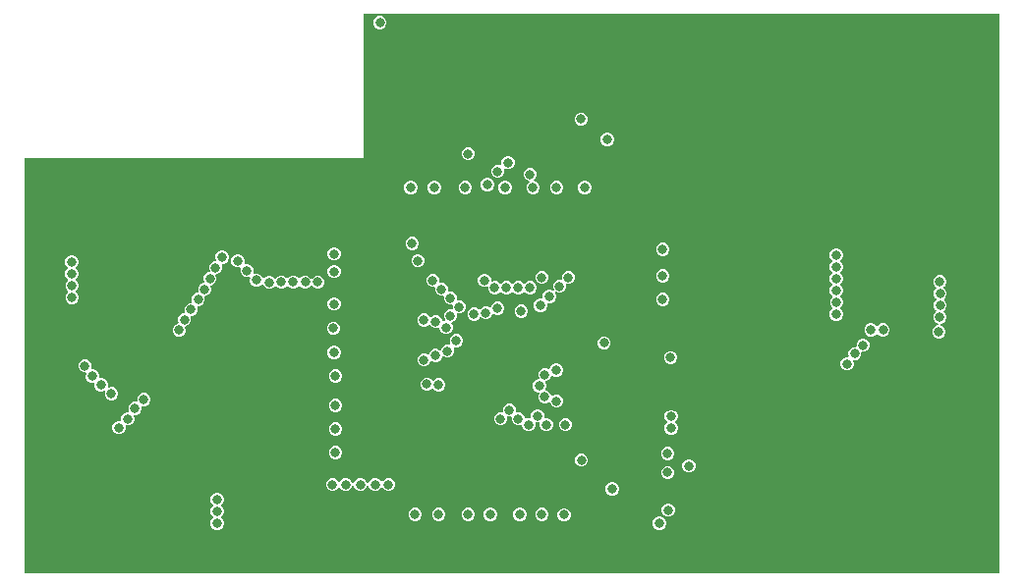
<source format=gbr>
G04 EAGLE Gerber RS-274X export*
G75*
%MOMM*%
%FSLAX34Y34*%
%LPD*%
%INCopper Layer 15*%
%IPPOS*%
%AMOC8*
5,1,8,0,0,1.08239X$1,22.5*%
G01*
%ADD10C,0.812800*%

G36*
X1206408Y316493D02*
X1206408Y316493D01*
X1206466Y316491D01*
X1206548Y316513D01*
X1206632Y316525D01*
X1206685Y316549D01*
X1206741Y316563D01*
X1206814Y316606D01*
X1206891Y316641D01*
X1206936Y316679D01*
X1206986Y316709D01*
X1207044Y316770D01*
X1207108Y316825D01*
X1207140Y316873D01*
X1207180Y316916D01*
X1207219Y316991D01*
X1207266Y317061D01*
X1207283Y317117D01*
X1207310Y317169D01*
X1207321Y317237D01*
X1207351Y317332D01*
X1207354Y317432D01*
X1207365Y317500D01*
X1207365Y797942D01*
X1207357Y798000D01*
X1207359Y798058D01*
X1207337Y798140D01*
X1207325Y798224D01*
X1207302Y798277D01*
X1207287Y798333D01*
X1207244Y798406D01*
X1207209Y798483D01*
X1207171Y798528D01*
X1207142Y798578D01*
X1207080Y798636D01*
X1207026Y798700D01*
X1206977Y798732D01*
X1206934Y798772D01*
X1206859Y798811D01*
X1206789Y798858D01*
X1206733Y798875D01*
X1206681Y798902D01*
X1206613Y798913D01*
X1206518Y798943D01*
X1206418Y798946D01*
X1206350Y798957D01*
X660400Y798957D01*
X660342Y798949D01*
X660284Y798951D01*
X660202Y798929D01*
X660119Y798917D01*
X660065Y798894D01*
X660009Y798879D01*
X659936Y798836D01*
X659859Y798801D01*
X659814Y798763D01*
X659764Y798734D01*
X659706Y798672D01*
X659642Y798618D01*
X659610Y798569D01*
X659570Y798526D01*
X659531Y798451D01*
X659485Y798381D01*
X659467Y798325D01*
X659440Y798273D01*
X659429Y798205D01*
X659399Y798110D01*
X659396Y798010D01*
X659385Y797942D01*
X659385Y674115D01*
X368300Y674115D01*
X368242Y674107D01*
X368184Y674109D01*
X368102Y674087D01*
X368019Y674075D01*
X367965Y674052D01*
X367909Y674037D01*
X367836Y673994D01*
X367759Y673959D01*
X367714Y673921D01*
X367664Y673892D01*
X367606Y673830D01*
X367542Y673776D01*
X367510Y673727D01*
X367470Y673684D01*
X367431Y673609D01*
X367385Y673539D01*
X367367Y673483D01*
X367340Y673431D01*
X367329Y673363D01*
X367299Y673268D01*
X367296Y673168D01*
X367285Y673100D01*
X367285Y317500D01*
X367293Y317442D01*
X367291Y317384D01*
X367313Y317302D01*
X367325Y317219D01*
X367349Y317165D01*
X367363Y317109D01*
X367406Y317036D01*
X367441Y316959D01*
X367479Y316914D01*
X367509Y316864D01*
X367570Y316806D01*
X367625Y316742D01*
X367673Y316710D01*
X367716Y316670D01*
X367791Y316631D01*
X367861Y316585D01*
X367917Y316567D01*
X367969Y316540D01*
X368037Y316529D01*
X368132Y316499D01*
X368232Y316496D01*
X368300Y316485D01*
X1206350Y316485D01*
X1206408Y316493D01*
G37*
%LPC*%
G36*
X577265Y561593D02*
X577265Y561593D01*
X575211Y562444D01*
X573639Y564016D01*
X573165Y565162D01*
X573106Y565261D01*
X573053Y565363D01*
X573034Y565383D01*
X573020Y565407D01*
X572937Y565485D01*
X572858Y565569D01*
X572834Y565583D01*
X572813Y565602D01*
X572711Y565654D01*
X572612Y565712D01*
X572585Y565719D01*
X572561Y565732D01*
X572448Y565754D01*
X572337Y565782D01*
X572309Y565782D01*
X572282Y565787D01*
X572167Y565777D01*
X572053Y565773D01*
X572026Y565765D01*
X571999Y565763D01*
X571892Y565721D01*
X571782Y565686D01*
X571762Y565671D01*
X571733Y565660D01*
X571521Y565500D01*
X571509Y565491D01*
X570494Y564476D01*
X568440Y563625D01*
X566216Y563625D01*
X564162Y564476D01*
X562590Y566048D01*
X561739Y568102D01*
X561739Y570326D01*
X561863Y570625D01*
X561871Y570654D01*
X561884Y570680D01*
X561906Y570791D01*
X561934Y570901D01*
X561933Y570930D01*
X561939Y570959D01*
X561929Y571072D01*
X561926Y571185D01*
X561917Y571213D01*
X561915Y571242D01*
X561874Y571347D01*
X561840Y571455D01*
X561823Y571480D01*
X561813Y571507D01*
X561744Y571598D01*
X561681Y571692D01*
X561659Y571710D01*
X561641Y571734D01*
X561550Y571802D01*
X561464Y571875D01*
X561437Y571886D01*
X561413Y571904D01*
X561307Y571944D01*
X561204Y571990D01*
X561175Y571994D01*
X561147Y572004D01*
X561034Y572014D01*
X560922Y572029D01*
X560893Y572025D01*
X560864Y572027D01*
X560788Y572010D01*
X560641Y571988D01*
X560584Y571963D01*
X560537Y571952D01*
X560058Y571753D01*
X557834Y571753D01*
X555780Y572604D01*
X554208Y574176D01*
X553357Y576230D01*
X553357Y578454D01*
X553420Y578604D01*
X553448Y578716D01*
X553483Y578825D01*
X553484Y578853D01*
X553491Y578880D01*
X553487Y578994D01*
X553490Y579109D01*
X553483Y579136D01*
X553483Y579164D01*
X553448Y579273D01*
X553419Y579384D01*
X553404Y579408D01*
X553396Y579435D01*
X553332Y579530D01*
X553273Y579629D01*
X553253Y579648D01*
X553238Y579671D01*
X553150Y579745D01*
X553066Y579823D01*
X553041Y579836D01*
X553020Y579854D01*
X552915Y579900D01*
X552813Y579953D01*
X552788Y579957D01*
X552760Y579969D01*
X552496Y580006D01*
X552482Y580008D01*
X550087Y580008D01*
X548033Y580859D01*
X546461Y582431D01*
X545610Y584485D01*
X545610Y586709D01*
X546461Y588763D01*
X548033Y590335D01*
X550087Y591186D01*
X552311Y591186D01*
X554365Y590335D01*
X555937Y588763D01*
X556788Y586709D01*
X556788Y584485D01*
X556725Y584335D01*
X556697Y584223D01*
X556662Y584114D01*
X556661Y584086D01*
X556654Y584059D01*
X556658Y583944D01*
X556655Y583830D01*
X556662Y583803D01*
X556662Y583775D01*
X556697Y583666D01*
X556726Y583555D01*
X556741Y583531D01*
X556749Y583504D01*
X556813Y583409D01*
X556872Y583310D01*
X556892Y583291D01*
X556907Y583268D01*
X556995Y583194D01*
X557079Y583116D01*
X557104Y583103D01*
X557125Y583085D01*
X557230Y583039D01*
X557332Y582986D01*
X557357Y582982D01*
X557385Y582970D01*
X557649Y582933D01*
X557663Y582931D01*
X560058Y582931D01*
X562112Y582080D01*
X563684Y580508D01*
X564535Y578454D01*
X564535Y576230D01*
X564411Y575931D01*
X564403Y575902D01*
X564390Y575876D01*
X564368Y575765D01*
X564340Y575655D01*
X564341Y575626D01*
X564335Y575597D01*
X564345Y575484D01*
X564348Y575371D01*
X564357Y575343D01*
X564359Y575314D01*
X564400Y575209D01*
X564434Y575101D01*
X564451Y575076D01*
X564461Y575049D01*
X564530Y574958D01*
X564593Y574864D01*
X564615Y574846D01*
X564633Y574822D01*
X564724Y574754D01*
X564810Y574681D01*
X564837Y574670D01*
X564861Y574652D01*
X564967Y574612D01*
X565070Y574566D01*
X565099Y574562D01*
X565127Y574552D01*
X565240Y574542D01*
X565352Y574527D01*
X565381Y574531D01*
X565410Y574529D01*
X565486Y574546D01*
X565633Y574568D01*
X565690Y574593D01*
X565737Y574604D01*
X566216Y574803D01*
X568440Y574803D01*
X570494Y573952D01*
X572066Y572380D01*
X572540Y571234D01*
X572599Y571135D01*
X572652Y571033D01*
X572671Y571013D01*
X572685Y570989D01*
X572768Y570911D01*
X572847Y570827D01*
X572871Y570813D01*
X572892Y570794D01*
X572994Y570742D01*
X573093Y570684D01*
X573120Y570677D01*
X573144Y570664D01*
X573257Y570642D01*
X573368Y570614D01*
X573396Y570614D01*
X573423Y570609D01*
X573538Y570619D01*
X573652Y570623D01*
X573679Y570631D01*
X573706Y570633D01*
X573813Y570675D01*
X573923Y570710D01*
X573943Y570725D01*
X573972Y570736D01*
X574184Y570896D01*
X574196Y570905D01*
X575211Y571920D01*
X577265Y572771D01*
X579489Y572771D01*
X581543Y571920D01*
X582739Y570724D01*
X582786Y570688D01*
X582826Y570646D01*
X582899Y570603D01*
X582966Y570553D01*
X583021Y570532D01*
X583071Y570502D01*
X583153Y570481D01*
X583232Y570451D01*
X583290Y570447D01*
X583347Y570432D01*
X583431Y570435D01*
X583515Y570428D01*
X583573Y570439D01*
X583631Y570441D01*
X583711Y570467D01*
X583794Y570484D01*
X583846Y570511D01*
X583902Y570529D01*
X583958Y570569D01*
X584046Y570615D01*
X584119Y570683D01*
X584175Y570724D01*
X585498Y572047D01*
X587552Y572898D01*
X589776Y572898D01*
X591830Y572047D01*
X592993Y570884D01*
X593040Y570848D01*
X593080Y570806D01*
X593153Y570763D01*
X593220Y570713D01*
X593275Y570692D01*
X593325Y570662D01*
X593407Y570641D01*
X593486Y570611D01*
X593544Y570607D01*
X593601Y570592D01*
X593685Y570595D01*
X593769Y570588D01*
X593827Y570599D01*
X593885Y570601D01*
X593965Y570627D01*
X594048Y570644D01*
X594100Y570671D01*
X594156Y570689D01*
X594212Y570729D01*
X594300Y570775D01*
X594373Y570843D01*
X594429Y570884D01*
X595719Y572174D01*
X597773Y573025D01*
X599997Y573025D01*
X602051Y572174D01*
X603311Y570914D01*
X603357Y570879D01*
X603398Y570836D01*
X603470Y570794D01*
X603538Y570743D01*
X603592Y570722D01*
X603643Y570693D01*
X603725Y570672D01*
X603803Y570642D01*
X603862Y570637D01*
X603918Y570623D01*
X604003Y570625D01*
X604087Y570618D01*
X604144Y570630D01*
X604203Y570632D01*
X604283Y570658D01*
X604366Y570674D01*
X604417Y570701D01*
X604473Y570719D01*
X604529Y570759D01*
X604618Y570805D01*
X604690Y570874D01*
X604746Y570914D01*
X606006Y572174D01*
X608060Y573025D01*
X610284Y573025D01*
X612338Y572174D01*
X613918Y570594D01*
X613964Y570559D01*
X614005Y570516D01*
X614030Y570502D01*
X614051Y570482D01*
X614099Y570457D01*
X614145Y570423D01*
X614199Y570402D01*
X614250Y570373D01*
X614279Y570365D01*
X614304Y570353D01*
X614350Y570345D01*
X614410Y570322D01*
X614469Y570317D01*
X614525Y570303D01*
X614590Y570305D01*
X614635Y570297D01*
X614636Y570297D01*
X614662Y570301D01*
X614694Y570298D01*
X614751Y570310D01*
X614810Y570312D01*
X614865Y570330D01*
X614918Y570337D01*
X614942Y570348D01*
X614973Y570354D01*
X615024Y570381D01*
X615080Y570399D01*
X615121Y570428D01*
X615177Y570453D01*
X615199Y570472D01*
X615225Y570485D01*
X615297Y570554D01*
X615353Y570594D01*
X616964Y572204D01*
X619018Y573055D01*
X621241Y573055D01*
X623295Y572204D01*
X624867Y570632D01*
X625718Y568578D01*
X625718Y566355D01*
X624867Y564301D01*
X623295Y562729D01*
X621241Y561878D01*
X619018Y561878D01*
X616964Y562729D01*
X615384Y564308D01*
X615337Y564344D01*
X615297Y564386D01*
X615224Y564429D01*
X615157Y564479D01*
X615102Y564500D01*
X615052Y564530D01*
X614970Y564550D01*
X614891Y564581D01*
X614833Y564585D01*
X614776Y564600D01*
X614692Y564597D01*
X614608Y564604D01*
X614550Y564593D01*
X614492Y564591D01*
X614412Y564565D01*
X614329Y564548D01*
X614277Y564521D01*
X614221Y564503D01*
X614165Y564463D01*
X614077Y564417D01*
X614004Y564348D01*
X613948Y564308D01*
X612338Y562698D01*
X610284Y561847D01*
X608060Y561847D01*
X606006Y562698D01*
X604746Y563958D01*
X604700Y563993D01*
X604659Y564036D01*
X604587Y564078D01*
X604519Y564129D01*
X604465Y564150D01*
X604414Y564179D01*
X604333Y564200D01*
X604254Y564230D01*
X604195Y564235D01*
X604139Y564249D01*
X604054Y564247D01*
X603970Y564254D01*
X603913Y564242D01*
X603854Y564240D01*
X603774Y564214D01*
X603692Y564198D01*
X603640Y564171D01*
X603584Y564153D01*
X603528Y564113D01*
X603439Y564067D01*
X603367Y563998D01*
X603311Y563958D01*
X602051Y562698D01*
X599997Y561847D01*
X597773Y561847D01*
X595719Y562698D01*
X594556Y563861D01*
X594509Y563897D01*
X594469Y563939D01*
X594396Y563982D01*
X594329Y564032D01*
X594274Y564053D01*
X594224Y564083D01*
X594142Y564103D01*
X594063Y564134D01*
X594005Y564138D01*
X593948Y564153D01*
X593864Y564150D01*
X593780Y564157D01*
X593722Y564146D01*
X593664Y564144D01*
X593584Y564118D01*
X593501Y564101D01*
X593449Y564074D01*
X593393Y564056D01*
X593337Y564016D01*
X593249Y563970D01*
X593176Y563901D01*
X593120Y563861D01*
X591830Y562571D01*
X589776Y561720D01*
X587552Y561720D01*
X585498Y562571D01*
X584302Y563767D01*
X584255Y563803D01*
X584215Y563845D01*
X584142Y563888D01*
X584075Y563938D01*
X584020Y563959D01*
X583970Y563989D01*
X583888Y564009D01*
X583809Y564040D01*
X583751Y564044D01*
X583694Y564059D01*
X583610Y564056D01*
X583526Y564063D01*
X583468Y564052D01*
X583410Y564050D01*
X583330Y564024D01*
X583247Y564007D01*
X583195Y563980D01*
X583139Y563962D01*
X583083Y563922D01*
X582995Y563876D01*
X582922Y563807D01*
X582866Y563767D01*
X581543Y562444D01*
X579489Y561593D01*
X577265Y561593D01*
G37*
%LPD*%
%LPC*%
G36*
X729538Y522731D02*
X729538Y522731D01*
X727484Y523582D01*
X725912Y525154D01*
X725059Y527213D01*
X725045Y527313D01*
X725035Y527427D01*
X725025Y527453D01*
X725021Y527480D01*
X724974Y527585D01*
X724933Y527692D01*
X724917Y527714D01*
X724905Y527740D01*
X724831Y527827D01*
X724762Y527919D01*
X724739Y527936D01*
X724722Y527957D01*
X724626Y528020D01*
X724534Y528089D01*
X724508Y528099D01*
X724485Y528114D01*
X724375Y528149D01*
X724268Y528189D01*
X724240Y528192D01*
X724214Y528200D01*
X724099Y528203D01*
X723985Y528212D01*
X723960Y528207D01*
X723930Y528207D01*
X723673Y528140D01*
X723657Y528137D01*
X722872Y527811D01*
X720648Y527811D01*
X718594Y528662D01*
X717013Y530244D01*
X716973Y530311D01*
X716920Y530413D01*
X716901Y530433D01*
X716887Y530457D01*
X716803Y530536D01*
X716724Y530619D01*
X716700Y530633D01*
X716680Y530652D01*
X716578Y530705D01*
X716479Y530763D01*
X716452Y530770D01*
X716427Y530782D01*
X716314Y530805D01*
X716203Y530833D01*
X716176Y530832D01*
X716148Y530838D01*
X716034Y530828D01*
X715919Y530824D01*
X715893Y530815D01*
X715865Y530813D01*
X715758Y530772D01*
X715649Y530737D01*
X715628Y530722D01*
X715600Y530711D01*
X715387Y530550D01*
X715375Y530542D01*
X715373Y530540D01*
X715373Y530539D01*
X714766Y529932D01*
X712712Y529081D01*
X710488Y529081D01*
X708434Y529932D01*
X706862Y531504D01*
X706011Y533558D01*
X706011Y535782D01*
X706862Y537836D01*
X708434Y539408D01*
X710488Y540259D01*
X712712Y540259D01*
X714766Y539408D01*
X716347Y537826D01*
X716387Y537759D01*
X716440Y537657D01*
X716459Y537637D01*
X716473Y537613D01*
X716557Y537534D01*
X716636Y537451D01*
X716660Y537437D01*
X716680Y537418D01*
X716782Y537365D01*
X716881Y537307D01*
X716908Y537300D01*
X716933Y537288D01*
X717046Y537265D01*
X717157Y537237D01*
X717184Y537238D01*
X717212Y537232D01*
X717326Y537242D01*
X717441Y537246D01*
X717467Y537255D01*
X717495Y537257D01*
X717602Y537298D01*
X717711Y537333D01*
X717732Y537348D01*
X717760Y537359D01*
X717973Y537520D01*
X717985Y537528D01*
X717987Y537530D01*
X717987Y537531D01*
X718594Y538138D01*
X720648Y538989D01*
X722872Y538989D01*
X724926Y538138D01*
X726498Y536566D01*
X727351Y534507D01*
X727365Y534408D01*
X727375Y534293D01*
X727385Y534267D01*
X727389Y534240D01*
X727435Y534135D01*
X727477Y534028D01*
X727493Y534006D01*
X727505Y533980D01*
X727579Y533893D01*
X727648Y533801D01*
X727671Y533784D01*
X727688Y533763D01*
X727784Y533700D01*
X727876Y533631D01*
X727902Y533621D01*
X727925Y533606D01*
X728035Y533571D01*
X728142Y533531D01*
X728170Y533528D01*
X728196Y533520D01*
X728311Y533517D01*
X728425Y533508D01*
X728450Y533513D01*
X728480Y533513D01*
X728737Y533580D01*
X728752Y533583D01*
X729258Y533793D01*
X729358Y533852D01*
X729461Y533905D01*
X729480Y533924D01*
X729503Y533937D01*
X729583Y534022D01*
X729666Y534101D01*
X729680Y534124D01*
X729698Y534144D01*
X729751Y534247D01*
X729810Y534347D01*
X729816Y534373D01*
X729829Y534397D01*
X729851Y534510D01*
X729879Y534623D01*
X729878Y534649D01*
X729884Y534676D01*
X729874Y534789D01*
X729875Y534801D01*
X729873Y534808D01*
X729870Y534907D01*
X729861Y534932D01*
X729859Y534959D01*
X729818Y535067D01*
X729803Y535111D01*
X729799Y535128D01*
X729792Y535145D01*
X729782Y535177D01*
X729775Y535186D01*
X728871Y537368D01*
X728871Y539592D01*
X729722Y541646D01*
X731294Y543218D01*
X733348Y544069D01*
X735476Y544069D01*
X735534Y544077D01*
X735592Y544075D01*
X735674Y544097D01*
X735758Y544109D01*
X735811Y544132D01*
X735867Y544147D01*
X735940Y544190D01*
X736017Y544225D01*
X736062Y544263D01*
X736112Y544292D01*
X736170Y544354D01*
X736234Y544408D01*
X736266Y544457D01*
X736306Y544500D01*
X736345Y544575D01*
X736392Y544645D01*
X736409Y544701D01*
X736436Y544753D01*
X736447Y544821D01*
X736477Y544916D01*
X736480Y545016D01*
X736491Y545084D01*
X736491Y547116D01*
X736483Y547174D01*
X736485Y547232D01*
X736463Y547314D01*
X736451Y547398D01*
X736428Y547451D01*
X736413Y547507D01*
X736370Y547580D01*
X736335Y547657D01*
X736297Y547702D01*
X736268Y547752D01*
X736206Y547810D01*
X736152Y547874D01*
X736103Y547906D01*
X736060Y547946D01*
X735985Y547985D01*
X735915Y548032D01*
X735859Y548049D01*
X735807Y548076D01*
X735739Y548087D01*
X735644Y548117D01*
X735544Y548120D01*
X735476Y548131D01*
X733348Y548131D01*
X731294Y548982D01*
X729722Y550554D01*
X728871Y552608D01*
X728871Y554736D01*
X728863Y554794D01*
X728865Y554852D01*
X728843Y554934D01*
X728831Y555018D01*
X728808Y555071D01*
X728793Y555127D01*
X728750Y555200D01*
X728715Y555277D01*
X728677Y555322D01*
X728648Y555372D01*
X728586Y555430D01*
X728532Y555494D01*
X728483Y555526D01*
X728440Y555566D01*
X728365Y555605D01*
X728295Y555652D01*
X728239Y555669D01*
X728187Y555696D01*
X728119Y555707D01*
X728024Y555737D01*
X727924Y555740D01*
X727856Y555751D01*
X725728Y555751D01*
X723674Y556602D01*
X722102Y558174D01*
X721251Y560228D01*
X721251Y562356D01*
X721243Y562414D01*
X721245Y562472D01*
X721223Y562554D01*
X721211Y562638D01*
X721188Y562691D01*
X721173Y562747D01*
X721130Y562820D01*
X721095Y562897D01*
X721057Y562942D01*
X721028Y562992D01*
X720966Y563050D01*
X720912Y563114D01*
X720863Y563146D01*
X720820Y563186D01*
X720745Y563225D01*
X720675Y563272D01*
X720619Y563289D01*
X720567Y563316D01*
X720499Y563327D01*
X720404Y563357D01*
X720304Y563360D01*
X720236Y563371D01*
X718108Y563371D01*
X716054Y564222D01*
X714482Y565794D01*
X713631Y567848D01*
X713631Y570072D01*
X714482Y572126D01*
X716054Y573698D01*
X718108Y574549D01*
X720332Y574549D01*
X722386Y573698D01*
X723958Y572126D01*
X724809Y570072D01*
X724809Y567944D01*
X724817Y567886D01*
X724815Y567828D01*
X724837Y567746D01*
X724849Y567662D01*
X724872Y567609D01*
X724887Y567553D01*
X724930Y567480D01*
X724965Y567403D01*
X725003Y567358D01*
X725032Y567308D01*
X725094Y567250D01*
X725148Y567186D01*
X725197Y567154D01*
X725240Y567114D01*
X725315Y567075D01*
X725385Y567028D01*
X725441Y567011D01*
X725493Y566984D01*
X725561Y566973D01*
X725656Y566943D01*
X725756Y566940D01*
X725824Y566929D01*
X727952Y566929D01*
X730006Y566078D01*
X731578Y564506D01*
X732429Y562452D01*
X732429Y560324D01*
X732437Y560266D01*
X732435Y560208D01*
X732457Y560126D01*
X732469Y560042D01*
X732492Y559989D01*
X732507Y559933D01*
X732550Y559860D01*
X732585Y559783D01*
X732623Y559738D01*
X732652Y559688D01*
X732714Y559630D01*
X732768Y559566D01*
X732817Y559534D01*
X732860Y559494D01*
X732935Y559455D01*
X733005Y559408D01*
X733061Y559391D01*
X733113Y559364D01*
X733181Y559353D01*
X733276Y559323D01*
X733376Y559320D01*
X733444Y559309D01*
X735572Y559309D01*
X737626Y558458D01*
X739198Y556886D01*
X740049Y554832D01*
X740049Y552704D01*
X740057Y552646D01*
X740055Y552588D01*
X740077Y552506D01*
X740089Y552422D01*
X740112Y552369D01*
X740127Y552313D01*
X740170Y552240D01*
X740205Y552163D01*
X740243Y552118D01*
X740272Y552068D01*
X740334Y552010D01*
X740388Y551946D01*
X740437Y551914D01*
X740480Y551874D01*
X740555Y551835D01*
X740625Y551788D01*
X740681Y551771D01*
X740733Y551744D01*
X740801Y551733D01*
X740896Y551703D01*
X740996Y551700D01*
X741064Y551689D01*
X743192Y551689D01*
X745246Y550838D01*
X746818Y549266D01*
X747669Y547212D01*
X747669Y544988D01*
X746818Y542934D01*
X745246Y541362D01*
X743192Y540511D01*
X741064Y540511D01*
X741006Y540503D01*
X740948Y540505D01*
X740866Y540483D01*
X740782Y540471D01*
X740729Y540448D01*
X740673Y540433D01*
X740600Y540390D01*
X740523Y540355D01*
X740478Y540317D01*
X740428Y540288D01*
X740370Y540226D01*
X740306Y540172D01*
X740274Y540123D01*
X740234Y540080D01*
X740195Y540005D01*
X740148Y539935D01*
X740131Y539879D01*
X740104Y539827D01*
X740093Y539759D01*
X740063Y539664D01*
X740060Y539564D01*
X740049Y539496D01*
X740049Y537368D01*
X739198Y535314D01*
X737626Y533742D01*
X735852Y533007D01*
X735752Y532948D01*
X735649Y532895D01*
X735630Y532876D01*
X735607Y532863D01*
X735527Y532778D01*
X735444Y532699D01*
X735430Y532676D01*
X735412Y532656D01*
X735359Y532553D01*
X735300Y532453D01*
X735294Y532427D01*
X735281Y532403D01*
X735259Y532290D01*
X735231Y532177D01*
X735232Y532151D01*
X735226Y532124D01*
X735236Y532012D01*
X735235Y531999D01*
X735237Y531992D01*
X735240Y531893D01*
X735249Y531868D01*
X735251Y531841D01*
X735292Y531734D01*
X735307Y531689D01*
X735311Y531672D01*
X735318Y531655D01*
X735328Y531623D01*
X735335Y531614D01*
X736239Y529432D01*
X736239Y527208D01*
X735388Y525154D01*
X733816Y523582D01*
X731762Y522731D01*
X729538Y522731D01*
G37*
%LPD*%
%LPC*%
G36*
X499449Y520289D02*
X499449Y520289D01*
X497394Y521140D01*
X495822Y522712D01*
X494972Y524766D01*
X494972Y526989D01*
X495822Y529044D01*
X497394Y530616D01*
X499406Y531449D01*
X499456Y531478D01*
X499511Y531499D01*
X499578Y531550D01*
X499650Y531593D01*
X499691Y531636D01*
X499737Y531671D01*
X499788Y531739D01*
X499846Y531800D01*
X499872Y531852D01*
X499907Y531899D01*
X499937Y531978D01*
X499976Y532053D01*
X499987Y532110D01*
X500008Y532165D01*
X500015Y532249D01*
X500031Y532332D01*
X500026Y532390D01*
X500031Y532448D01*
X500015Y532516D01*
X500006Y532615D01*
X499971Y532708D01*
X499955Y532775D01*
X499485Y533910D01*
X499485Y536133D01*
X500336Y538188D01*
X501908Y539760D01*
X503962Y540610D01*
X504667Y540610D01*
X504781Y540627D01*
X504895Y540636D01*
X504921Y540646D01*
X504948Y540650D01*
X505053Y540697D01*
X505160Y540738D01*
X505183Y540755D01*
X505208Y540767D01*
X505295Y540841D01*
X505387Y540910D01*
X505404Y540932D01*
X505425Y540950D01*
X505488Y541046D01*
X505557Y541138D01*
X505567Y541164D01*
X505582Y541187D01*
X505617Y541296D01*
X505658Y541404D01*
X505660Y541431D01*
X505668Y541458D01*
X505671Y541573D01*
X505680Y541687D01*
X505675Y541711D01*
X505676Y541742D01*
X505608Y541999D01*
X505605Y542014D01*
X505332Y542673D01*
X505332Y544896D01*
X506183Y546951D01*
X507755Y548523D01*
X509809Y549373D01*
X510657Y549373D01*
X510770Y549390D01*
X510885Y549399D01*
X510911Y549409D01*
X510938Y549413D01*
X511043Y549460D01*
X511150Y549501D01*
X511172Y549518D01*
X511198Y549530D01*
X511285Y549604D01*
X511377Y549673D01*
X511393Y549695D01*
X511415Y549713D01*
X511478Y549809D01*
X511547Y549901D01*
X511557Y549927D01*
X511572Y549950D01*
X511607Y550060D01*
X511647Y550167D01*
X511650Y550194D01*
X511658Y550221D01*
X511661Y550336D01*
X511670Y550450D01*
X511664Y550474D01*
X511665Y550505D01*
X511598Y550762D01*
X511595Y550777D01*
X511374Y551309D01*
X511374Y553532D01*
X512225Y555587D01*
X513797Y557159D01*
X515851Y558009D01*
X516237Y558009D01*
X516351Y558026D01*
X516465Y558035D01*
X516491Y558045D01*
X516519Y558049D01*
X516623Y558096D01*
X516731Y558137D01*
X516753Y558154D01*
X516778Y558166D01*
X516866Y558240D01*
X516957Y558309D01*
X516974Y558331D01*
X516995Y558349D01*
X517059Y558445D01*
X517127Y558537D01*
X517137Y558563D01*
X517153Y558586D01*
X517187Y558695D01*
X517228Y558803D01*
X517230Y558830D01*
X517238Y558857D01*
X517241Y558972D01*
X517250Y559086D01*
X517245Y559110D01*
X517246Y559141D01*
X517179Y559398D01*
X517175Y559413D01*
X516951Y559954D01*
X516951Y562177D01*
X517802Y564231D01*
X519374Y565803D01*
X521468Y566671D01*
X521519Y566700D01*
X521573Y566721D01*
X521641Y566772D01*
X521713Y566815D01*
X521753Y566858D01*
X521800Y566893D01*
X521850Y566961D01*
X521908Y567022D01*
X521935Y567074D01*
X521970Y567121D01*
X522000Y567200D01*
X522039Y567275D01*
X522050Y567332D01*
X522070Y567387D01*
X522077Y567471D01*
X522094Y567554D01*
X522089Y567612D01*
X522093Y567670D01*
X522078Y567737D01*
X522069Y567837D01*
X522033Y567930D01*
X522018Y567997D01*
X521501Y569244D01*
X521501Y571467D01*
X522352Y573522D01*
X523924Y575094D01*
X525978Y575944D01*
X526131Y575944D01*
X526245Y575961D01*
X526359Y575970D01*
X526385Y575980D01*
X526413Y575984D01*
X526518Y576031D01*
X526625Y576072D01*
X526647Y576089D01*
X526672Y576101D01*
X526760Y576175D01*
X526851Y576244D01*
X526868Y576266D01*
X526889Y576284D01*
X526953Y576380D01*
X527022Y576472D01*
X527031Y576498D01*
X527047Y576521D01*
X527082Y576630D01*
X527122Y576738D01*
X527124Y576765D01*
X527133Y576792D01*
X527136Y576907D01*
X527145Y577021D01*
X527139Y577046D01*
X527140Y577076D01*
X527073Y577333D01*
X527069Y577348D01*
X526501Y578720D01*
X526501Y580943D01*
X527352Y582997D01*
X528924Y584569D01*
X530978Y585420D01*
X531519Y585420D01*
X531632Y585436D01*
X531747Y585446D01*
X531773Y585456D01*
X531800Y585460D01*
X531905Y585507D01*
X532012Y585548D01*
X532034Y585565D01*
X532060Y585576D01*
X532147Y585650D01*
X532239Y585720D01*
X532255Y585742D01*
X532277Y585760D01*
X532340Y585855D01*
X532409Y585947D01*
X532419Y585973D01*
X532434Y585996D01*
X532469Y586106D01*
X532509Y586213D01*
X532512Y586241D01*
X532520Y586267D01*
X532523Y586382D01*
X532532Y586497D01*
X532526Y586521D01*
X532527Y586552D01*
X532460Y586808D01*
X532457Y586824D01*
X532073Y587751D01*
X532073Y589974D01*
X532924Y592028D01*
X534496Y593600D01*
X536550Y594451D01*
X538773Y594451D01*
X540827Y593600D01*
X542399Y592028D01*
X543250Y589974D01*
X543250Y587751D01*
X542399Y585696D01*
X540827Y584124D01*
X538773Y583274D01*
X538233Y583274D01*
X538119Y583257D01*
X538005Y583248D01*
X537979Y583238D01*
X537951Y583234D01*
X537846Y583187D01*
X537739Y583146D01*
X537717Y583129D01*
X537692Y583117D01*
X537604Y583043D01*
X537513Y582974D01*
X537496Y582952D01*
X537475Y582934D01*
X537411Y582838D01*
X537342Y582746D01*
X537333Y582720D01*
X537317Y582697D01*
X537283Y582588D01*
X537242Y582480D01*
X537240Y582453D01*
X537232Y582426D01*
X537229Y582311D01*
X537219Y582197D01*
X537225Y582172D01*
X537224Y582142D01*
X537291Y581885D01*
X537295Y581870D01*
X537679Y580943D01*
X537679Y578720D01*
X536828Y576665D01*
X535256Y575093D01*
X533202Y574243D01*
X533049Y574243D01*
X532935Y574226D01*
X532821Y574217D01*
X532795Y574207D01*
X532767Y574203D01*
X532662Y574156D01*
X532555Y574115D01*
X532533Y574098D01*
X532508Y574086D01*
X532420Y574012D01*
X532329Y573943D01*
X532312Y573921D01*
X532291Y573903D01*
X532227Y573807D01*
X532158Y573715D01*
X532149Y573689D01*
X532133Y573666D01*
X532098Y573557D01*
X532058Y573449D01*
X532056Y573422D01*
X532047Y573395D01*
X532044Y573280D01*
X532035Y573166D01*
X532041Y573141D01*
X532040Y573111D01*
X532107Y572854D01*
X532111Y572839D01*
X532679Y571467D01*
X532679Y569244D01*
X531828Y567190D01*
X530256Y565618D01*
X528162Y564750D01*
X528111Y564721D01*
X528057Y564700D01*
X527989Y564649D01*
X527917Y564606D01*
X527877Y564563D01*
X527830Y564528D01*
X527779Y564460D01*
X527722Y564399D01*
X527695Y564347D01*
X527660Y564300D01*
X527630Y564221D01*
X527591Y564147D01*
X527580Y564089D01*
X527559Y564034D01*
X527553Y563950D01*
X527536Y563868D01*
X527541Y563809D01*
X527537Y563751D01*
X527552Y563684D01*
X527561Y563584D01*
X527597Y563491D01*
X527612Y563424D01*
X528129Y562177D01*
X528129Y559954D01*
X527278Y557900D01*
X525706Y556328D01*
X523652Y555477D01*
X523266Y555477D01*
X523152Y555461D01*
X523038Y555451D01*
X523012Y555441D01*
X522984Y555437D01*
X522880Y555390D01*
X522772Y555349D01*
X522750Y555332D01*
X522725Y555321D01*
X522637Y555246D01*
X522546Y555177D01*
X522529Y555155D01*
X522508Y555137D01*
X522444Y555041D01*
X522376Y554949D01*
X522366Y554923D01*
X522350Y554900D01*
X522316Y554791D01*
X522275Y554683D01*
X522273Y554656D01*
X522265Y554629D01*
X522262Y554514D01*
X522252Y554400D01*
X522258Y554376D01*
X522257Y554345D01*
X522324Y554088D01*
X522328Y554073D01*
X522552Y553532D01*
X522552Y551309D01*
X521701Y549255D01*
X520129Y547683D01*
X518075Y546832D01*
X517227Y546832D01*
X517113Y546816D01*
X516999Y546806D01*
X516973Y546796D01*
X516946Y546792D01*
X516841Y546745D01*
X516734Y546704D01*
X516711Y546687D01*
X516686Y546676D01*
X516599Y546602D01*
X516507Y546532D01*
X516490Y546510D01*
X516469Y546492D01*
X516405Y546396D01*
X516337Y546305D01*
X516327Y546279D01*
X516312Y546256D01*
X516277Y546146D01*
X516236Y546039D01*
X516234Y546011D01*
X516226Y545985D01*
X516223Y545870D01*
X516214Y545755D01*
X516219Y545731D01*
X516219Y545700D01*
X516286Y545444D01*
X516289Y545428D01*
X516509Y544896D01*
X516509Y542673D01*
X515659Y540619D01*
X514087Y539047D01*
X512032Y538196D01*
X511328Y538196D01*
X511214Y538180D01*
X511099Y538170D01*
X511074Y538160D01*
X511046Y538156D01*
X510941Y538109D01*
X510834Y538068D01*
X510812Y538051D01*
X510787Y538040D01*
X510699Y537966D01*
X510607Y537896D01*
X510591Y537874D01*
X510570Y537856D01*
X510506Y537761D01*
X510437Y537669D01*
X510427Y537643D01*
X510412Y537620D01*
X510377Y537510D01*
X510337Y537403D01*
X510335Y537375D01*
X510326Y537349D01*
X510323Y537234D01*
X510314Y537119D01*
X510320Y537095D01*
X510319Y537064D01*
X510386Y536808D01*
X510390Y536792D01*
X510662Y536133D01*
X510662Y533910D01*
X509812Y531856D01*
X508240Y530284D01*
X506228Y529451D01*
X506178Y529421D01*
X506123Y529400D01*
X506056Y529349D01*
X505984Y529306D01*
X505943Y529264D01*
X505897Y529228D01*
X505846Y529161D01*
X505788Y529100D01*
X505762Y529048D01*
X505727Y529001D01*
X505697Y528922D01*
X505658Y528847D01*
X505647Y528790D01*
X505626Y528735D01*
X505619Y528651D01*
X505603Y528568D01*
X505608Y528510D01*
X505603Y528451D01*
X505619Y528384D01*
X505628Y528285D01*
X505663Y528192D01*
X505679Y528124D01*
X506149Y526989D01*
X506149Y524766D01*
X505298Y522712D01*
X503726Y521140D01*
X501672Y520289D01*
X499449Y520289D01*
G37*
%LPD*%
%LPC*%
G36*
X800658Y438911D02*
X800658Y438911D01*
X798604Y439762D01*
X797032Y441334D01*
X796179Y443393D01*
X796165Y443493D01*
X796155Y443607D01*
X796145Y443633D01*
X796141Y443660D01*
X796094Y443765D01*
X796053Y443872D01*
X796037Y443894D01*
X796025Y443920D01*
X795951Y444008D01*
X795882Y444099D01*
X795859Y444116D01*
X795842Y444137D01*
X795746Y444201D01*
X795654Y444269D01*
X795628Y444279D01*
X795605Y444294D01*
X795495Y444329D01*
X795388Y444370D01*
X795360Y444372D01*
X795334Y444380D01*
X795219Y444383D01*
X795105Y444392D01*
X795080Y444387D01*
X795050Y444387D01*
X794793Y444320D01*
X794777Y444317D01*
X793992Y443991D01*
X791768Y443991D01*
X789714Y444842D01*
X788142Y446414D01*
X787291Y448468D01*
X787291Y450596D01*
X787283Y450654D01*
X787285Y450712D01*
X787263Y450794D01*
X787251Y450878D01*
X787228Y450931D01*
X787213Y450987D01*
X787170Y451060D01*
X787135Y451137D01*
X787097Y451182D01*
X787068Y451232D01*
X787006Y451290D01*
X786952Y451354D01*
X786903Y451386D01*
X786860Y451426D01*
X786785Y451465D01*
X786715Y451512D01*
X786659Y451529D01*
X786607Y451556D01*
X786539Y451567D01*
X786444Y451597D01*
X786344Y451600D01*
X786276Y451611D01*
X784244Y451611D01*
X784186Y451603D01*
X784128Y451605D01*
X784046Y451583D01*
X783962Y451571D01*
X783909Y451548D01*
X783853Y451533D01*
X783780Y451490D01*
X783703Y451455D01*
X783658Y451417D01*
X783608Y451388D01*
X783550Y451326D01*
X783486Y451272D01*
X783454Y451223D01*
X783414Y451180D01*
X783375Y451105D01*
X783328Y451035D01*
X783311Y450979D01*
X783284Y450927D01*
X783273Y450859D01*
X783243Y450764D01*
X783240Y450664D01*
X783229Y450596D01*
X783229Y448468D01*
X782378Y446414D01*
X780806Y444842D01*
X778752Y443991D01*
X776528Y443991D01*
X774474Y444842D01*
X772902Y446414D01*
X772051Y448468D01*
X772051Y450692D01*
X772902Y452746D01*
X774474Y454318D01*
X776528Y455169D01*
X778656Y455169D01*
X778714Y455177D01*
X778772Y455175D01*
X778854Y455197D01*
X778938Y455209D01*
X778991Y455232D01*
X779047Y455247D01*
X779120Y455290D01*
X779197Y455325D01*
X779242Y455363D01*
X779292Y455392D01*
X779350Y455454D01*
X779414Y455508D01*
X779446Y455557D01*
X779486Y455600D01*
X779525Y455675D01*
X779572Y455745D01*
X779589Y455801D01*
X779616Y455853D01*
X779627Y455921D01*
X779657Y456016D01*
X779660Y456116D01*
X779671Y456184D01*
X779671Y458312D01*
X780522Y460366D01*
X782094Y461938D01*
X784148Y462789D01*
X786372Y462789D01*
X788426Y461938D01*
X789998Y460366D01*
X790849Y458312D01*
X790849Y456184D01*
X790857Y456126D01*
X790855Y456068D01*
X790877Y455986D01*
X790889Y455902D01*
X790912Y455849D01*
X790927Y455793D01*
X790970Y455720D01*
X791005Y455643D01*
X791043Y455598D01*
X791072Y455548D01*
X791134Y455490D01*
X791188Y455426D01*
X791237Y455394D01*
X791280Y455354D01*
X791355Y455315D01*
X791425Y455268D01*
X791481Y455251D01*
X791533Y455224D01*
X791601Y455213D01*
X791696Y455183D01*
X791796Y455180D01*
X791864Y455169D01*
X793992Y455169D01*
X796046Y454318D01*
X797618Y452746D01*
X798471Y450687D01*
X798485Y450587D01*
X798495Y450473D01*
X798505Y450447D01*
X798509Y450420D01*
X798556Y450315D01*
X798597Y450208D01*
X798613Y450186D01*
X798625Y450160D01*
X798699Y450072D01*
X798768Y449981D01*
X798791Y449964D01*
X798808Y449943D01*
X798904Y449879D01*
X798996Y449811D01*
X799022Y449801D01*
X799045Y449786D01*
X799155Y449751D01*
X799262Y449710D01*
X799290Y449708D01*
X799316Y449700D01*
X799431Y449697D01*
X799545Y449688D01*
X799570Y449693D01*
X799600Y449693D01*
X799857Y449760D01*
X799873Y449763D01*
X800658Y450089D01*
X802786Y450089D01*
X802844Y450097D01*
X802902Y450095D01*
X802984Y450117D01*
X803068Y450129D01*
X803121Y450152D01*
X803177Y450167D01*
X803250Y450210D01*
X803327Y450245D01*
X803372Y450283D01*
X803422Y450312D01*
X803480Y450374D01*
X803544Y450428D01*
X803576Y450477D01*
X803616Y450520D01*
X803655Y450595D01*
X803702Y450665D01*
X803719Y450721D01*
X803746Y450773D01*
X803757Y450841D01*
X803787Y450936D01*
X803790Y451036D01*
X803801Y451104D01*
X803801Y453232D01*
X804652Y455286D01*
X806224Y456858D01*
X808278Y457709D01*
X810502Y457709D01*
X812556Y456858D01*
X814128Y455286D01*
X814979Y453232D01*
X814979Y451104D01*
X814987Y451046D01*
X814985Y450988D01*
X815007Y450906D01*
X815019Y450822D01*
X815042Y450769D01*
X815057Y450713D01*
X815100Y450640D01*
X815135Y450563D01*
X815173Y450518D01*
X815202Y450468D01*
X815264Y450410D01*
X815318Y450346D01*
X815367Y450314D01*
X815410Y450274D01*
X815485Y450235D01*
X815555Y450188D01*
X815611Y450171D01*
X815663Y450144D01*
X815731Y450133D01*
X815826Y450103D01*
X815926Y450100D01*
X815994Y450089D01*
X818122Y450089D01*
X820176Y449238D01*
X821748Y447666D01*
X822599Y445612D01*
X822599Y443388D01*
X821748Y441334D01*
X820176Y439762D01*
X818122Y438911D01*
X815898Y438911D01*
X813844Y439762D01*
X812272Y441334D01*
X811421Y443388D01*
X811421Y445516D01*
X811413Y445574D01*
X811415Y445632D01*
X811393Y445714D01*
X811381Y445798D01*
X811358Y445851D01*
X811343Y445907D01*
X811300Y445980D01*
X811265Y446057D01*
X811227Y446102D01*
X811198Y446152D01*
X811136Y446210D01*
X811082Y446274D01*
X811033Y446306D01*
X810990Y446346D01*
X810915Y446385D01*
X810845Y446432D01*
X810789Y446449D01*
X810737Y446476D01*
X810669Y446487D01*
X810574Y446517D01*
X810474Y446520D01*
X810406Y446531D01*
X808374Y446531D01*
X808316Y446523D01*
X808258Y446525D01*
X808176Y446503D01*
X808092Y446491D01*
X808039Y446468D01*
X807983Y446453D01*
X807910Y446410D01*
X807833Y446375D01*
X807788Y446337D01*
X807738Y446308D01*
X807680Y446246D01*
X807616Y446192D01*
X807584Y446143D01*
X807544Y446100D01*
X807505Y446025D01*
X807458Y445955D01*
X807441Y445899D01*
X807414Y445847D01*
X807403Y445779D01*
X807373Y445684D01*
X807370Y445584D01*
X807359Y445516D01*
X807359Y443388D01*
X806508Y441334D01*
X804936Y439762D01*
X802882Y438911D01*
X800658Y438911D01*
G37*
%LPD*%
%LPC*%
G36*
X1065688Y534161D02*
X1065688Y534161D01*
X1063634Y535012D01*
X1062062Y536584D01*
X1061211Y538638D01*
X1061211Y540862D01*
X1062062Y542916D01*
X1063385Y544239D01*
X1063421Y544286D01*
X1063463Y544326D01*
X1063506Y544399D01*
X1063556Y544466D01*
X1063577Y544521D01*
X1063607Y544571D01*
X1063628Y544653D01*
X1063658Y544732D01*
X1063662Y544790D01*
X1063677Y544847D01*
X1063674Y544931D01*
X1063681Y545015D01*
X1063670Y545073D01*
X1063668Y545131D01*
X1063642Y545211D01*
X1063625Y545294D01*
X1063598Y545346D01*
X1063580Y545402D01*
X1063540Y545458D01*
X1063494Y545546D01*
X1063426Y545619D01*
X1063385Y545675D01*
X1062316Y546744D01*
X1061465Y548798D01*
X1061465Y551022D01*
X1062316Y553076D01*
X1063385Y554145D01*
X1063421Y554192D01*
X1063463Y554232D01*
X1063506Y554305D01*
X1063556Y554372D01*
X1063577Y554427D01*
X1063607Y554477D01*
X1063628Y554559D01*
X1063658Y554638D01*
X1063662Y554696D01*
X1063677Y554753D01*
X1063674Y554837D01*
X1063681Y554921D01*
X1063670Y554979D01*
X1063668Y555037D01*
X1063642Y555117D01*
X1063625Y555200D01*
X1063598Y555252D01*
X1063580Y555308D01*
X1063540Y555364D01*
X1063494Y555452D01*
X1063426Y555525D01*
X1063385Y555581D01*
X1062062Y556904D01*
X1061211Y558958D01*
X1061211Y561182D01*
X1062062Y563236D01*
X1063258Y564432D01*
X1063294Y564479D01*
X1063336Y564519D01*
X1063379Y564592D01*
X1063429Y564659D01*
X1063450Y564714D01*
X1063480Y564764D01*
X1063501Y564846D01*
X1063531Y564925D01*
X1063535Y564983D01*
X1063550Y565040D01*
X1063547Y565124D01*
X1063554Y565208D01*
X1063543Y565266D01*
X1063541Y565324D01*
X1063515Y565404D01*
X1063498Y565487D01*
X1063471Y565539D01*
X1063453Y565595D01*
X1063413Y565651D01*
X1063367Y565739D01*
X1063299Y565812D01*
X1063258Y565868D01*
X1062062Y567064D01*
X1061211Y569118D01*
X1061211Y571342D01*
X1062062Y573396D01*
X1063258Y574592D01*
X1063294Y574639D01*
X1063336Y574679D01*
X1063379Y574752D01*
X1063429Y574819D01*
X1063450Y574874D01*
X1063480Y574924D01*
X1063501Y575006D01*
X1063531Y575085D01*
X1063535Y575143D01*
X1063550Y575200D01*
X1063547Y575284D01*
X1063554Y575368D01*
X1063543Y575426D01*
X1063541Y575484D01*
X1063515Y575564D01*
X1063498Y575647D01*
X1063471Y575699D01*
X1063453Y575755D01*
X1063413Y575811D01*
X1063367Y575899D01*
X1063299Y575972D01*
X1063258Y576028D01*
X1062062Y577224D01*
X1061211Y579278D01*
X1061211Y581502D01*
X1062062Y583556D01*
X1063258Y584752D01*
X1063294Y584799D01*
X1063336Y584839D01*
X1063379Y584912D01*
X1063429Y584979D01*
X1063450Y585034D01*
X1063480Y585084D01*
X1063501Y585166D01*
X1063531Y585245D01*
X1063535Y585303D01*
X1063550Y585360D01*
X1063547Y585444D01*
X1063554Y585528D01*
X1063543Y585586D01*
X1063541Y585644D01*
X1063515Y585724D01*
X1063498Y585807D01*
X1063471Y585859D01*
X1063453Y585915D01*
X1063413Y585971D01*
X1063367Y586059D01*
X1063299Y586132D01*
X1063258Y586188D01*
X1062062Y587384D01*
X1061211Y589438D01*
X1061211Y591662D01*
X1062062Y593716D01*
X1063634Y595288D01*
X1065688Y596139D01*
X1067912Y596139D01*
X1069966Y595288D01*
X1071538Y593716D01*
X1072389Y591662D01*
X1072389Y589438D01*
X1071538Y587384D01*
X1070342Y586188D01*
X1070306Y586141D01*
X1070264Y586101D01*
X1070221Y586028D01*
X1070171Y585961D01*
X1070150Y585906D01*
X1070120Y585856D01*
X1070100Y585774D01*
X1070069Y585695D01*
X1070065Y585637D01*
X1070050Y585580D01*
X1070053Y585496D01*
X1070046Y585412D01*
X1070057Y585354D01*
X1070059Y585296D01*
X1070085Y585216D01*
X1070102Y585133D01*
X1070129Y585081D01*
X1070147Y585025D01*
X1070187Y584969D01*
X1070233Y584881D01*
X1070302Y584808D01*
X1070342Y584752D01*
X1071538Y583556D01*
X1072389Y581502D01*
X1072389Y579278D01*
X1071538Y577224D01*
X1070342Y576028D01*
X1070306Y575981D01*
X1070264Y575941D01*
X1070221Y575868D01*
X1070171Y575801D01*
X1070150Y575746D01*
X1070120Y575696D01*
X1070100Y575614D01*
X1070069Y575535D01*
X1070065Y575477D01*
X1070050Y575420D01*
X1070053Y575336D01*
X1070046Y575252D01*
X1070057Y575194D01*
X1070059Y575136D01*
X1070085Y575056D01*
X1070102Y574973D01*
X1070129Y574921D01*
X1070147Y574865D01*
X1070187Y574809D01*
X1070233Y574721D01*
X1070302Y574648D01*
X1070342Y574592D01*
X1071538Y573396D01*
X1072389Y571342D01*
X1072389Y569118D01*
X1071538Y567064D01*
X1070342Y565868D01*
X1070306Y565821D01*
X1070264Y565781D01*
X1070221Y565708D01*
X1070171Y565641D01*
X1070150Y565586D01*
X1070120Y565536D01*
X1070100Y565454D01*
X1070069Y565375D01*
X1070065Y565317D01*
X1070050Y565260D01*
X1070053Y565176D01*
X1070046Y565092D01*
X1070057Y565034D01*
X1070059Y564976D01*
X1070085Y564896D01*
X1070102Y564813D01*
X1070129Y564761D01*
X1070147Y564705D01*
X1070187Y564649D01*
X1070233Y564561D01*
X1070302Y564488D01*
X1070342Y564432D01*
X1071538Y563236D01*
X1072389Y561182D01*
X1072389Y558958D01*
X1071538Y556904D01*
X1070469Y555835D01*
X1070433Y555788D01*
X1070391Y555748D01*
X1070348Y555675D01*
X1070298Y555608D01*
X1070277Y555553D01*
X1070247Y555503D01*
X1070227Y555421D01*
X1070196Y555342D01*
X1070192Y555284D01*
X1070177Y555227D01*
X1070180Y555143D01*
X1070173Y555059D01*
X1070184Y555001D01*
X1070186Y554943D01*
X1070212Y554863D01*
X1070229Y554780D01*
X1070256Y554728D01*
X1070274Y554672D01*
X1070314Y554616D01*
X1070360Y554528D01*
X1070429Y554455D01*
X1070437Y554443D01*
X1070443Y554433D01*
X1070447Y554429D01*
X1070469Y554399D01*
X1071792Y553076D01*
X1072643Y551022D01*
X1072643Y548798D01*
X1071792Y546744D01*
X1070469Y545421D01*
X1070433Y545374D01*
X1070391Y545334D01*
X1070348Y545261D01*
X1070298Y545194D01*
X1070277Y545139D01*
X1070247Y545089D01*
X1070227Y545007D01*
X1070196Y544928D01*
X1070192Y544870D01*
X1070177Y544813D01*
X1070180Y544729D01*
X1070173Y544645D01*
X1070184Y544587D01*
X1070186Y544529D01*
X1070212Y544449D01*
X1070229Y544366D01*
X1070256Y544314D01*
X1070274Y544258D01*
X1070314Y544202D01*
X1070360Y544114D01*
X1070429Y544041D01*
X1070469Y543985D01*
X1071538Y542916D01*
X1072389Y540862D01*
X1072389Y538638D01*
X1071538Y536584D01*
X1069966Y535012D01*
X1067912Y534161D01*
X1065688Y534161D01*
G37*
%LPD*%
%LPC*%
G36*
X631602Y387095D02*
X631602Y387095D01*
X629548Y387946D01*
X627976Y389518D01*
X627125Y391572D01*
X627125Y393796D01*
X627976Y395850D01*
X629548Y397422D01*
X631602Y398273D01*
X633826Y398273D01*
X635880Y397422D01*
X637452Y395850D01*
X637491Y395755D01*
X637506Y395730D01*
X637515Y395702D01*
X637578Y395608D01*
X637635Y395510D01*
X637657Y395490D01*
X637673Y395466D01*
X637760Y395393D01*
X637842Y395315D01*
X637868Y395302D01*
X637891Y395283D01*
X637994Y395237D01*
X638095Y395185D01*
X638124Y395179D01*
X638151Y395167D01*
X638263Y395152D01*
X638374Y395130D01*
X638403Y395133D01*
X638432Y395129D01*
X638544Y395145D01*
X638657Y395154D01*
X638684Y395165D01*
X638713Y395169D01*
X638817Y395216D01*
X638922Y395256D01*
X638946Y395274D01*
X638973Y395286D01*
X639059Y395360D01*
X639149Y395428D01*
X639167Y395452D01*
X639189Y395471D01*
X639231Y395537D01*
X639319Y395656D01*
X639341Y395714D01*
X639367Y395755D01*
X639406Y395850D01*
X640978Y397422D01*
X643032Y398273D01*
X645256Y398273D01*
X647310Y397422D01*
X648882Y395850D01*
X649556Y394222D01*
X649571Y394197D01*
X649580Y394169D01*
X649643Y394075D01*
X649701Y393977D01*
X649722Y393957D01*
X649738Y393933D01*
X649825Y393860D01*
X649907Y393782D01*
X649933Y393769D01*
X649956Y393750D01*
X650059Y393704D01*
X650160Y393652D01*
X650189Y393646D01*
X650216Y393634D01*
X650328Y393619D01*
X650439Y393597D01*
X650468Y393600D01*
X650497Y393596D01*
X650609Y393612D01*
X650722Y393621D01*
X650749Y393632D01*
X650778Y393636D01*
X650882Y393683D01*
X650987Y393723D01*
X651011Y393741D01*
X651038Y393753D01*
X651124Y393827D01*
X651214Y393895D01*
X651232Y393919D01*
X651254Y393938D01*
X651296Y394004D01*
X651384Y394123D01*
X651406Y394181D01*
X651432Y394222D01*
X652106Y395850D01*
X653678Y397422D01*
X655732Y398273D01*
X657956Y398273D01*
X660010Y397422D01*
X661582Y395850D01*
X662256Y394222D01*
X662271Y394197D01*
X662280Y394169D01*
X662343Y394075D01*
X662401Y393977D01*
X662422Y393957D01*
X662438Y393933D01*
X662525Y393860D01*
X662607Y393782D01*
X662633Y393769D01*
X662656Y393750D01*
X662759Y393704D01*
X662860Y393652D01*
X662889Y393646D01*
X662916Y393634D01*
X663028Y393619D01*
X663139Y393597D01*
X663168Y393600D01*
X663197Y393596D01*
X663309Y393612D01*
X663422Y393621D01*
X663449Y393632D01*
X663478Y393636D01*
X663582Y393683D01*
X663687Y393723D01*
X663711Y393741D01*
X663738Y393753D01*
X663824Y393827D01*
X663914Y393895D01*
X663932Y393919D01*
X663954Y393938D01*
X663996Y394004D01*
X664084Y394123D01*
X664106Y394181D01*
X664132Y394222D01*
X664806Y395850D01*
X666378Y397422D01*
X668432Y398273D01*
X670656Y398273D01*
X672710Y397422D01*
X674282Y395850D01*
X674321Y395755D01*
X674336Y395730D01*
X674345Y395702D01*
X674408Y395608D01*
X674466Y395510D01*
X674487Y395490D01*
X674503Y395466D01*
X674590Y395393D01*
X674672Y395315D01*
X674698Y395302D01*
X674721Y395283D01*
X674824Y395237D01*
X674925Y395185D01*
X674954Y395179D01*
X674981Y395167D01*
X675093Y395152D01*
X675204Y395130D01*
X675233Y395133D01*
X675262Y395129D01*
X675375Y395145D01*
X675487Y395154D01*
X675514Y395165D01*
X675544Y395169D01*
X675647Y395216D01*
X675752Y395257D01*
X675776Y395274D01*
X675803Y395286D01*
X675889Y395360D01*
X675979Y395428D01*
X675997Y395452D01*
X676019Y395471D01*
X676061Y395537D01*
X676149Y395656D01*
X676171Y395714D01*
X676197Y395755D01*
X676236Y395850D01*
X677808Y397422D01*
X679862Y398273D01*
X682086Y398273D01*
X684140Y397422D01*
X685712Y395850D01*
X686563Y393796D01*
X686563Y391572D01*
X685712Y389518D01*
X684140Y387946D01*
X682086Y387095D01*
X679862Y387095D01*
X677808Y387946D01*
X676236Y389518D01*
X676197Y389613D01*
X676182Y389638D01*
X676173Y389666D01*
X676110Y389760D01*
X676053Y389858D01*
X676031Y389878D01*
X676015Y389902D01*
X675928Y389975D01*
X675846Y390053D01*
X675820Y390066D01*
X675797Y390085D01*
X675694Y390131D01*
X675593Y390183D01*
X675564Y390189D01*
X675537Y390201D01*
X675425Y390216D01*
X675314Y390238D01*
X675285Y390235D01*
X675256Y390239D01*
X675144Y390223D01*
X675031Y390214D01*
X675004Y390203D01*
X674975Y390199D01*
X674871Y390152D01*
X674766Y390112D01*
X674742Y390094D01*
X674715Y390082D01*
X674629Y390008D01*
X674539Y389940D01*
X674521Y389916D01*
X674499Y389897D01*
X674457Y389831D01*
X674369Y389712D01*
X674347Y389654D01*
X674321Y389613D01*
X674282Y389518D01*
X672710Y387946D01*
X670656Y387095D01*
X668432Y387095D01*
X666378Y387946D01*
X664806Y389518D01*
X664132Y391146D01*
X664117Y391171D01*
X664108Y391199D01*
X664045Y391293D01*
X663987Y391391D01*
X663966Y391411D01*
X663950Y391435D01*
X663863Y391508D01*
X663781Y391586D01*
X663755Y391599D01*
X663732Y391618D01*
X663629Y391664D01*
X663528Y391716D01*
X663499Y391722D01*
X663472Y391734D01*
X663360Y391749D01*
X663249Y391771D01*
X663220Y391768D01*
X663191Y391772D01*
X663079Y391756D01*
X662966Y391747D01*
X662939Y391736D01*
X662909Y391732D01*
X662806Y391685D01*
X662701Y391644D01*
X662677Y391627D01*
X662650Y391615D01*
X662564Y391541D01*
X662474Y391473D01*
X662456Y391449D01*
X662434Y391430D01*
X662392Y391364D01*
X662304Y391245D01*
X662282Y391187D01*
X662256Y391146D01*
X661582Y389518D01*
X660010Y387946D01*
X657956Y387095D01*
X655732Y387095D01*
X653678Y387946D01*
X652106Y389518D01*
X651432Y391146D01*
X651417Y391171D01*
X651408Y391199D01*
X651345Y391293D01*
X651287Y391391D01*
X651266Y391411D01*
X651250Y391435D01*
X651163Y391508D01*
X651081Y391586D01*
X651055Y391599D01*
X651032Y391618D01*
X650929Y391664D01*
X650828Y391716D01*
X650799Y391722D01*
X650772Y391734D01*
X650660Y391749D01*
X650549Y391771D01*
X650520Y391768D01*
X650491Y391772D01*
X650379Y391756D01*
X650266Y391747D01*
X650239Y391736D01*
X650209Y391732D01*
X650106Y391685D01*
X650001Y391644D01*
X649977Y391627D01*
X649950Y391615D01*
X649864Y391541D01*
X649774Y391473D01*
X649756Y391449D01*
X649734Y391430D01*
X649692Y391364D01*
X649604Y391245D01*
X649582Y391187D01*
X649556Y391146D01*
X648882Y389518D01*
X647310Y387946D01*
X645256Y387095D01*
X643032Y387095D01*
X640978Y387946D01*
X639406Y389518D01*
X639367Y389613D01*
X639352Y389638D01*
X639343Y389666D01*
X639280Y389760D01*
X639222Y389858D01*
X639201Y389878D01*
X639185Y389902D01*
X639098Y389975D01*
X639016Y390053D01*
X638990Y390066D01*
X638967Y390085D01*
X638864Y390131D01*
X638763Y390183D01*
X638734Y390189D01*
X638707Y390201D01*
X638595Y390216D01*
X638484Y390238D01*
X638455Y390235D01*
X638426Y390239D01*
X638313Y390223D01*
X638201Y390214D01*
X638174Y390203D01*
X638144Y390199D01*
X638041Y390152D01*
X637936Y390111D01*
X637912Y390094D01*
X637885Y390082D01*
X637799Y390008D01*
X637709Y389940D01*
X637691Y389916D01*
X637669Y389897D01*
X637627Y389831D01*
X637539Y389712D01*
X637517Y389654D01*
X637491Y389613D01*
X637452Y389518D01*
X635880Y387946D01*
X633826Y387095D01*
X631602Y387095D01*
G37*
%LPD*%
%LPC*%
G36*
X824788Y459231D02*
X824788Y459231D01*
X822734Y460082D01*
X821162Y461654D01*
X820493Y463269D01*
X820435Y463368D01*
X820382Y463470D01*
X820363Y463490D01*
X820349Y463514D01*
X820265Y463593D01*
X820186Y463676D01*
X820162Y463690D01*
X820142Y463709D01*
X820040Y463762D01*
X819941Y463820D01*
X819914Y463827D01*
X819889Y463840D01*
X819776Y463862D01*
X819665Y463890D01*
X819638Y463889D01*
X819610Y463895D01*
X819496Y463885D01*
X819381Y463881D01*
X819355Y463873D01*
X819327Y463870D01*
X819220Y463829D01*
X819111Y463794D01*
X819090Y463779D01*
X819062Y463768D01*
X818956Y463688D01*
X816852Y462817D01*
X814628Y462817D01*
X812574Y463667D01*
X811002Y465239D01*
X810151Y467294D01*
X810151Y469517D01*
X810792Y471065D01*
X810821Y471176D01*
X810856Y471285D01*
X810856Y471313D01*
X810863Y471340D01*
X810860Y471455D01*
X810863Y471570D01*
X810856Y471596D01*
X810855Y471624D01*
X810820Y471734D01*
X810791Y471845D01*
X810777Y471869D01*
X810769Y471895D01*
X810705Y471990D01*
X810646Y472089D01*
X810626Y472108D01*
X810610Y472131D01*
X810523Y472205D01*
X810439Y472284D01*
X810414Y472296D01*
X810393Y472314D01*
X810288Y472361D01*
X810186Y472413D01*
X810161Y472417D01*
X810133Y472430D01*
X810012Y472446D01*
X807904Y473319D01*
X806332Y474891D01*
X805482Y476946D01*
X805482Y479169D01*
X806332Y481223D01*
X807904Y482795D01*
X810008Y483667D01*
X810070Y483672D01*
X810096Y483682D01*
X810124Y483686D01*
X810229Y483733D01*
X810336Y483774D01*
X810358Y483791D01*
X810383Y483802D01*
X810471Y483876D01*
X810562Y483946D01*
X810579Y483968D01*
X810600Y483986D01*
X810664Y484081D01*
X810733Y484173D01*
X810742Y484199D01*
X810758Y484222D01*
X810793Y484332D01*
X810833Y484439D01*
X810835Y484467D01*
X810844Y484493D01*
X810847Y484608D01*
X810856Y484723D01*
X810850Y484747D01*
X810851Y484778D01*
X810784Y485034D01*
X810780Y485050D01*
X810151Y486568D01*
X810151Y488792D01*
X811002Y490846D01*
X812574Y492418D01*
X814628Y493269D01*
X816852Y493269D01*
X818761Y492478D01*
X818818Y492463D01*
X818871Y492439D01*
X818955Y492428D01*
X819036Y492407D01*
X819095Y492409D01*
X819153Y492401D01*
X819236Y492413D01*
X819321Y492415D01*
X819376Y492433D01*
X819434Y492441D01*
X819511Y492476D01*
X819591Y492502D01*
X819640Y492534D01*
X819693Y492558D01*
X819757Y492613D01*
X819827Y492660D01*
X819865Y492705D01*
X819910Y492743D01*
X819946Y492801D01*
X820010Y492878D01*
X820051Y492969D01*
X820088Y493027D01*
X820762Y494656D01*
X822334Y496228D01*
X824388Y497079D01*
X826612Y497079D01*
X828666Y496228D01*
X830238Y494656D01*
X831089Y492602D01*
X831089Y490378D01*
X830238Y488324D01*
X828666Y486752D01*
X826612Y485901D01*
X824388Y485901D01*
X822479Y486692D01*
X822422Y486707D01*
X822369Y486731D01*
X822285Y486742D01*
X822204Y486763D01*
X822145Y486761D01*
X822087Y486769D01*
X822004Y486757D01*
X821919Y486755D01*
X821864Y486737D01*
X821806Y486729D01*
X821729Y486694D01*
X821649Y486668D01*
X821600Y486636D01*
X821547Y486612D01*
X821483Y486557D01*
X821413Y486510D01*
X821375Y486465D01*
X821330Y486427D01*
X821294Y486369D01*
X821230Y486292D01*
X821189Y486201D01*
X821152Y486143D01*
X820478Y484514D01*
X818906Y482942D01*
X816802Y482071D01*
X816740Y482065D01*
X816714Y482055D01*
X816686Y482051D01*
X816582Y482004D01*
X816474Y481963D01*
X816452Y481947D01*
X816427Y481935D01*
X816339Y481861D01*
X816248Y481792D01*
X816231Y481769D01*
X816210Y481752D01*
X816146Y481656D01*
X816078Y481564D01*
X816068Y481538D01*
X816052Y481515D01*
X816018Y481405D01*
X815977Y481298D01*
X815975Y481270D01*
X815967Y481244D01*
X815964Y481129D01*
X815955Y481015D01*
X815960Y480990D01*
X815959Y480960D01*
X816026Y480703D01*
X816030Y480687D01*
X816659Y479169D01*
X816659Y476946D01*
X816018Y475398D01*
X815989Y475287D01*
X815955Y475177D01*
X815954Y475149D01*
X815947Y475122D01*
X815950Y475008D01*
X815947Y474893D01*
X815954Y474866D01*
X815955Y474838D01*
X815990Y474729D01*
X816019Y474618D01*
X816033Y474594D01*
X816042Y474568D01*
X816106Y474472D01*
X816164Y474373D01*
X816185Y474354D01*
X816200Y474331D01*
X816288Y474258D01*
X816372Y474179D01*
X816396Y474166D01*
X816418Y474148D01*
X816522Y474102D01*
X816625Y474049D01*
X816649Y474045D01*
X816677Y474033D01*
X816798Y474016D01*
X818906Y473143D01*
X820478Y471571D01*
X821147Y469956D01*
X821205Y469857D01*
X821258Y469755D01*
X821277Y469735D01*
X821291Y469711D01*
X821375Y469632D01*
X821454Y469549D01*
X821478Y469535D01*
X821498Y469516D01*
X821600Y469463D01*
X821699Y469405D01*
X821726Y469398D01*
X821751Y469386D01*
X821864Y469363D01*
X821975Y469335D01*
X822002Y469336D01*
X822030Y469331D01*
X822144Y469340D01*
X822259Y469344D01*
X822285Y469353D01*
X822313Y469355D01*
X822420Y469396D01*
X822529Y469432D01*
X822550Y469446D01*
X822578Y469457D01*
X822684Y469537D01*
X824788Y470409D01*
X827012Y470409D01*
X829066Y469558D01*
X830638Y467986D01*
X831489Y465932D01*
X831489Y463708D01*
X830638Y461654D01*
X829066Y460082D01*
X827012Y459231D01*
X824788Y459231D01*
G37*
%LPD*%
%LPC*%
G36*
X1154080Y518921D02*
X1154080Y518921D01*
X1152026Y519772D01*
X1150454Y521344D01*
X1149603Y523398D01*
X1149603Y525622D01*
X1150454Y527676D01*
X1152026Y529248D01*
X1154035Y530080D01*
X1154060Y530095D01*
X1154088Y530104D01*
X1154182Y530167D01*
X1154280Y530224D01*
X1154300Y530246D01*
X1154324Y530262D01*
X1154397Y530349D01*
X1154475Y530431D01*
X1154488Y530457D01*
X1154507Y530480D01*
X1154553Y530583D01*
X1154605Y530684D01*
X1154611Y530713D01*
X1154623Y530739D01*
X1154638Y530852D01*
X1154660Y530963D01*
X1154657Y530992D01*
X1154661Y531021D01*
X1154645Y531133D01*
X1154636Y531246D01*
X1154625Y531273D01*
X1154621Y531302D01*
X1154574Y531406D01*
X1154533Y531511D01*
X1154516Y531535D01*
X1154504Y531561D01*
X1154430Y531648D01*
X1154362Y531738D01*
X1154338Y531756D01*
X1154319Y531778D01*
X1154253Y531819D01*
X1154134Y531908D01*
X1154076Y531930D01*
X1154035Y531956D01*
X1152788Y532472D01*
X1151216Y534044D01*
X1150365Y536098D01*
X1150365Y538322D01*
X1151216Y540376D01*
X1152539Y541699D01*
X1152575Y541746D01*
X1152617Y541786D01*
X1152660Y541859D01*
X1152710Y541926D01*
X1152731Y541981D01*
X1152761Y542031D01*
X1152782Y542113D01*
X1152812Y542192D01*
X1152816Y542250D01*
X1152831Y542307D01*
X1152828Y542391D01*
X1152835Y542475D01*
X1152824Y542533D01*
X1152822Y542591D01*
X1152796Y542671D01*
X1152779Y542754D01*
X1152752Y542806D01*
X1152734Y542862D01*
X1152694Y542918D01*
X1152648Y543006D01*
X1152580Y543079D01*
X1152539Y543135D01*
X1151470Y544204D01*
X1150619Y546258D01*
X1150619Y548482D01*
X1151470Y550536D01*
X1152666Y551732D01*
X1152702Y551779D01*
X1152744Y551819D01*
X1152787Y551892D01*
X1152837Y551959D01*
X1152858Y552014D01*
X1152888Y552064D01*
X1152909Y552146D01*
X1152939Y552225D01*
X1152943Y552283D01*
X1152958Y552340D01*
X1152955Y552424D01*
X1152962Y552508D01*
X1152951Y552566D01*
X1152949Y552624D01*
X1152923Y552704D01*
X1152906Y552787D01*
X1152879Y552839D01*
X1152861Y552895D01*
X1152821Y552951D01*
X1152775Y553039D01*
X1152707Y553112D01*
X1152666Y553168D01*
X1151470Y554364D01*
X1150619Y556418D01*
X1150619Y558642D01*
X1151470Y560696D01*
X1152539Y561765D01*
X1152575Y561812D01*
X1152617Y561852D01*
X1152660Y561925D01*
X1152710Y561992D01*
X1152731Y562047D01*
X1152761Y562097D01*
X1152782Y562179D01*
X1152812Y562258D01*
X1152816Y562316D01*
X1152831Y562373D01*
X1152828Y562457D01*
X1152835Y562541D01*
X1152824Y562599D01*
X1152822Y562657D01*
X1152796Y562737D01*
X1152779Y562820D01*
X1152752Y562872D01*
X1152734Y562928D01*
X1152694Y562984D01*
X1152648Y563072D01*
X1152580Y563145D01*
X1152539Y563201D01*
X1151216Y564524D01*
X1150365Y566578D01*
X1150365Y568802D01*
X1151216Y570856D01*
X1152788Y572428D01*
X1154842Y573279D01*
X1157066Y573279D01*
X1159120Y572428D01*
X1160692Y570856D01*
X1161543Y568802D01*
X1161543Y566578D01*
X1160692Y564524D01*
X1159623Y563455D01*
X1159587Y563408D01*
X1159545Y563368D01*
X1159502Y563295D01*
X1159452Y563228D01*
X1159431Y563173D01*
X1159401Y563123D01*
X1159381Y563041D01*
X1159350Y562962D01*
X1159346Y562904D01*
X1159331Y562847D01*
X1159334Y562763D01*
X1159327Y562679D01*
X1159338Y562621D01*
X1159340Y562563D01*
X1159366Y562483D01*
X1159383Y562400D01*
X1159410Y562348D01*
X1159428Y562292D01*
X1159468Y562236D01*
X1159514Y562148D01*
X1159583Y562075D01*
X1159623Y562019D01*
X1160946Y560696D01*
X1161797Y558642D01*
X1161797Y556418D01*
X1160946Y554364D01*
X1159750Y553168D01*
X1159714Y553121D01*
X1159672Y553081D01*
X1159629Y553008D01*
X1159579Y552941D01*
X1159558Y552886D01*
X1159528Y552836D01*
X1159508Y552754D01*
X1159477Y552675D01*
X1159473Y552617D01*
X1159458Y552560D01*
X1159461Y552476D01*
X1159454Y552392D01*
X1159465Y552334D01*
X1159467Y552276D01*
X1159493Y552196D01*
X1159510Y552113D01*
X1159537Y552061D01*
X1159555Y552005D01*
X1159595Y551949D01*
X1159641Y551861D01*
X1159710Y551788D01*
X1159750Y551732D01*
X1160946Y550536D01*
X1161797Y548482D01*
X1161797Y546258D01*
X1160946Y544204D01*
X1159623Y542881D01*
X1159587Y542834D01*
X1159545Y542794D01*
X1159502Y542721D01*
X1159452Y542654D01*
X1159431Y542599D01*
X1159401Y542549D01*
X1159381Y542467D01*
X1159350Y542388D01*
X1159346Y542330D01*
X1159331Y542273D01*
X1159334Y542189D01*
X1159327Y542105D01*
X1159338Y542047D01*
X1159340Y541989D01*
X1159366Y541909D01*
X1159383Y541826D01*
X1159410Y541774D01*
X1159428Y541718D01*
X1159468Y541662D01*
X1159514Y541574D01*
X1159583Y541501D01*
X1159623Y541445D01*
X1160692Y540376D01*
X1161543Y538322D01*
X1161543Y536098D01*
X1160692Y534044D01*
X1159120Y532472D01*
X1157111Y531640D01*
X1157086Y531625D01*
X1157058Y531616D01*
X1157011Y531585D01*
X1156960Y531562D01*
X1156917Y531525D01*
X1156866Y531496D01*
X1156846Y531474D01*
X1156822Y531458D01*
X1156784Y531413D01*
X1156743Y531378D01*
X1156712Y531332D01*
X1156671Y531289D01*
X1156658Y531263D01*
X1156639Y531240D01*
X1156615Y531186D01*
X1156585Y531141D01*
X1156569Y531090D01*
X1156541Y531036D01*
X1156535Y531007D01*
X1156523Y530981D01*
X1156515Y530920D01*
X1156499Y530870D01*
X1156498Y530818D01*
X1156486Y530757D01*
X1156489Y530728D01*
X1156485Y530699D01*
X1156493Y530638D01*
X1156492Y530586D01*
X1156505Y530536D01*
X1156510Y530474D01*
X1156521Y530447D01*
X1156525Y530418D01*
X1156551Y530361D01*
X1156564Y530311D01*
X1156590Y530267D01*
X1156613Y530209D01*
X1156630Y530185D01*
X1156642Y530159D01*
X1156683Y530111D01*
X1156709Y530067D01*
X1156747Y530031D01*
X1156784Y529982D01*
X1156808Y529964D01*
X1156827Y529942D01*
X1156872Y529914D01*
X1156916Y529872D01*
X1156963Y529848D01*
X1157012Y529812D01*
X1157070Y529790D01*
X1157111Y529764D01*
X1158358Y529248D01*
X1159930Y527676D01*
X1160781Y525622D01*
X1160781Y523398D01*
X1159930Y521344D01*
X1158358Y519772D01*
X1156304Y518921D01*
X1154080Y518921D01*
G37*
%LPD*%
%LPC*%
G36*
X771448Y557021D02*
X771448Y557021D01*
X769394Y557872D01*
X767822Y559444D01*
X766971Y561498D01*
X766971Y562759D01*
X766955Y562873D01*
X766945Y562987D01*
X766935Y563013D01*
X766931Y563040D01*
X766884Y563145D01*
X766843Y563252D01*
X766827Y563274D01*
X766815Y563300D01*
X766741Y563388D01*
X766672Y563479D01*
X766649Y563496D01*
X766632Y563517D01*
X766536Y563581D01*
X766444Y563649D01*
X766418Y563659D01*
X766395Y563674D01*
X766285Y563709D01*
X766178Y563750D01*
X766150Y563752D01*
X766124Y563760D01*
X766009Y563763D01*
X765895Y563772D01*
X765870Y563767D01*
X765840Y563767D01*
X765583Y563700D01*
X765567Y563697D01*
X764782Y563371D01*
X762558Y563371D01*
X760504Y564222D01*
X758932Y565794D01*
X758081Y567848D01*
X758081Y570072D01*
X758932Y572126D01*
X760504Y573698D01*
X762558Y574549D01*
X764782Y574549D01*
X766836Y573698D01*
X768408Y572126D01*
X769259Y570072D01*
X769259Y568811D01*
X769275Y568697D01*
X769285Y568583D01*
X769295Y568557D01*
X769299Y568530D01*
X769346Y568425D01*
X769387Y568318D01*
X769403Y568296D01*
X769415Y568270D01*
X769489Y568183D01*
X769558Y568091D01*
X769581Y568074D01*
X769598Y568053D01*
X769694Y567990D01*
X769786Y567921D01*
X769812Y567911D01*
X769835Y567896D01*
X769945Y567861D01*
X770052Y567821D01*
X770080Y567818D01*
X770106Y567810D01*
X770221Y567807D01*
X770335Y567798D01*
X770360Y567803D01*
X770390Y567803D01*
X770647Y567870D01*
X770663Y567873D01*
X771448Y568199D01*
X773672Y568199D01*
X775726Y567348D01*
X776922Y566152D01*
X776969Y566116D01*
X777009Y566074D01*
X777082Y566031D01*
X777149Y565981D01*
X777204Y565960D01*
X777254Y565930D01*
X777336Y565909D01*
X777415Y565879D01*
X777473Y565875D01*
X777530Y565860D01*
X777614Y565863D01*
X777698Y565856D01*
X777756Y565867D01*
X777814Y565869D01*
X777894Y565895D01*
X777977Y565912D01*
X778029Y565939D01*
X778085Y565957D01*
X778141Y565997D01*
X778229Y566043D01*
X778302Y566111D01*
X778358Y566152D01*
X779554Y567348D01*
X781608Y568199D01*
X783832Y568199D01*
X785886Y567348D01*
X787082Y566152D01*
X787129Y566116D01*
X787169Y566074D01*
X787242Y566031D01*
X787309Y565981D01*
X787364Y565960D01*
X787414Y565930D01*
X787496Y565910D01*
X787575Y565879D01*
X787633Y565875D01*
X787690Y565860D01*
X787774Y565863D01*
X787858Y565856D01*
X787916Y565867D01*
X787974Y565869D01*
X788054Y565895D01*
X788137Y565912D01*
X788189Y565939D01*
X788245Y565957D01*
X788301Y565997D01*
X788389Y566043D01*
X788462Y566112D01*
X788518Y566152D01*
X789714Y567348D01*
X791768Y568199D01*
X793992Y568199D01*
X796046Y567348D01*
X797242Y566152D01*
X797289Y566116D01*
X797329Y566074D01*
X797402Y566031D01*
X797469Y565981D01*
X797524Y565960D01*
X797574Y565930D01*
X797656Y565910D01*
X797735Y565879D01*
X797793Y565875D01*
X797850Y565860D01*
X797934Y565863D01*
X798018Y565856D01*
X798076Y565867D01*
X798134Y565869D01*
X798214Y565895D01*
X798297Y565912D01*
X798349Y565939D01*
X798405Y565957D01*
X798461Y565997D01*
X798549Y566043D01*
X798622Y566112D01*
X798678Y566152D01*
X799874Y567348D01*
X801928Y568199D01*
X804152Y568199D01*
X806206Y567348D01*
X807778Y565776D01*
X808629Y563722D01*
X808629Y561498D01*
X807778Y559444D01*
X806206Y557872D01*
X804152Y557021D01*
X801928Y557021D01*
X799874Y557872D01*
X798678Y559068D01*
X798631Y559104D01*
X798591Y559146D01*
X798518Y559189D01*
X798451Y559239D01*
X798396Y559260D01*
X798346Y559290D01*
X798264Y559311D01*
X798185Y559341D01*
X798127Y559345D01*
X798070Y559360D01*
X797986Y559357D01*
X797902Y559364D01*
X797844Y559353D01*
X797786Y559351D01*
X797706Y559325D01*
X797623Y559308D01*
X797571Y559281D01*
X797515Y559263D01*
X797459Y559223D01*
X797371Y559177D01*
X797298Y559109D01*
X797242Y559068D01*
X796046Y557872D01*
X793992Y557021D01*
X791768Y557021D01*
X789714Y557872D01*
X788518Y559068D01*
X788471Y559104D01*
X788431Y559146D01*
X788358Y559189D01*
X788291Y559239D01*
X788236Y559260D01*
X788186Y559290D01*
X788104Y559311D01*
X788025Y559341D01*
X787967Y559345D01*
X787910Y559360D01*
X787826Y559357D01*
X787742Y559364D01*
X787684Y559353D01*
X787626Y559351D01*
X787546Y559325D01*
X787463Y559308D01*
X787411Y559281D01*
X787355Y559263D01*
X787299Y559223D01*
X787211Y559177D01*
X787138Y559109D01*
X787082Y559068D01*
X785886Y557872D01*
X783832Y557021D01*
X781608Y557021D01*
X779554Y557872D01*
X778358Y559068D01*
X778311Y559104D01*
X778271Y559146D01*
X778198Y559189D01*
X778131Y559239D01*
X778076Y559260D01*
X778026Y559290D01*
X777944Y559310D01*
X777865Y559341D01*
X777807Y559345D01*
X777750Y559360D01*
X777666Y559357D01*
X777582Y559364D01*
X777524Y559353D01*
X777466Y559351D01*
X777386Y559325D01*
X777303Y559308D01*
X777251Y559281D01*
X777195Y559263D01*
X777139Y559223D01*
X777051Y559177D01*
X776978Y559108D01*
X776922Y559068D01*
X775726Y557872D01*
X773672Y557021D01*
X771448Y557021D01*
G37*
%LPD*%
%LPC*%
G36*
X710488Y494791D02*
X710488Y494791D01*
X708434Y495642D01*
X706862Y497214D01*
X706011Y499268D01*
X706011Y501492D01*
X706862Y503546D01*
X708434Y505118D01*
X710488Y505969D01*
X712712Y505969D01*
X714952Y505041D01*
X714984Y505033D01*
X715071Y504994D01*
X715097Y504990D01*
X715122Y504981D01*
X715216Y504973D01*
X715228Y504970D01*
X715242Y504970D01*
X715352Y504955D01*
X715379Y504959D01*
X715406Y504956D01*
X715519Y504979D01*
X715634Y504996D01*
X715658Y505007D01*
X715684Y505012D01*
X715787Y505065D01*
X715893Y505113D01*
X715913Y505130D01*
X715937Y505142D01*
X716021Y505222D01*
X716109Y505297D01*
X716122Y505317D01*
X716144Y505338D01*
X716283Y505575D01*
X716287Y505582D01*
X717022Y507356D01*
X718594Y508928D01*
X720648Y509779D01*
X722872Y509779D01*
X725112Y508851D01*
X725144Y508843D01*
X725231Y508804D01*
X725257Y508800D01*
X725282Y508791D01*
X725376Y508783D01*
X725388Y508780D01*
X725402Y508780D01*
X725512Y508765D01*
X725539Y508769D01*
X725566Y508766D01*
X725679Y508789D01*
X725794Y508806D01*
X725818Y508817D01*
X725844Y508822D01*
X725947Y508875D01*
X726053Y508923D01*
X726073Y508940D01*
X726097Y508952D01*
X726181Y509032D01*
X726269Y509107D01*
X726282Y509127D01*
X726304Y509148D01*
X726443Y509385D01*
X726447Y509392D01*
X727182Y511166D01*
X728754Y512738D01*
X730808Y513589D01*
X733047Y513589D01*
X733138Y513571D01*
X733247Y513542D01*
X733277Y513543D01*
X733306Y513538D01*
X733418Y513547D01*
X733532Y513551D01*
X733560Y513560D01*
X733589Y513562D01*
X733694Y513603D01*
X733802Y513637D01*
X733827Y513654D01*
X733854Y513664D01*
X733944Y513733D01*
X734038Y513796D01*
X734057Y513818D01*
X734081Y513836D01*
X734149Y513927D01*
X734221Y514013D01*
X734233Y514040D01*
X734251Y514063D01*
X734291Y514169D01*
X734337Y514273D01*
X734341Y514302D01*
X734351Y514329D01*
X734360Y514442D01*
X734376Y514555D01*
X734372Y514584D01*
X734374Y514613D01*
X734356Y514689D01*
X734335Y514836D01*
X734309Y514893D01*
X734299Y514940D01*
X733951Y515778D01*
X733951Y518002D01*
X734802Y520056D01*
X736374Y521628D01*
X738428Y522479D01*
X740652Y522479D01*
X742706Y521628D01*
X744278Y520056D01*
X745129Y518002D01*
X745129Y515778D01*
X744278Y513724D01*
X742706Y512152D01*
X740652Y511301D01*
X738413Y511301D01*
X738322Y511319D01*
X738213Y511348D01*
X738183Y511347D01*
X738154Y511352D01*
X738042Y511343D01*
X737928Y511339D01*
X737900Y511330D01*
X737871Y511328D01*
X737766Y511287D01*
X737658Y511253D01*
X737633Y511236D01*
X737606Y511226D01*
X737516Y511157D01*
X737422Y511094D01*
X737403Y511072D01*
X737379Y511054D01*
X737311Y510963D01*
X737239Y510877D01*
X737227Y510850D01*
X737209Y510827D01*
X737169Y510721D01*
X737123Y510617D01*
X737119Y510588D01*
X737109Y510561D01*
X737100Y510448D01*
X737084Y510335D01*
X737088Y510306D01*
X737086Y510277D01*
X737104Y510201D01*
X737125Y510054D01*
X737151Y509997D01*
X737161Y509950D01*
X737509Y509112D01*
X737509Y506888D01*
X736658Y504834D01*
X735086Y503262D01*
X733032Y502411D01*
X730808Y502411D01*
X728568Y503339D01*
X728536Y503347D01*
X728449Y503386D01*
X728423Y503390D01*
X728398Y503399D01*
X728304Y503407D01*
X728292Y503410D01*
X728278Y503410D01*
X728168Y503425D01*
X728141Y503421D01*
X728114Y503424D01*
X728001Y503401D01*
X727886Y503384D01*
X727862Y503373D01*
X727836Y503368D01*
X727733Y503315D01*
X727627Y503267D01*
X727607Y503250D01*
X727583Y503238D01*
X727499Y503158D01*
X727411Y503083D01*
X727398Y503063D01*
X727376Y503042D01*
X727237Y502805D01*
X727233Y502798D01*
X726498Y501024D01*
X724926Y499452D01*
X722872Y498601D01*
X720648Y498601D01*
X718408Y499529D01*
X718376Y499537D01*
X718289Y499576D01*
X718263Y499580D01*
X718238Y499589D01*
X718144Y499597D01*
X718132Y499600D01*
X718118Y499600D01*
X718008Y499615D01*
X717981Y499611D01*
X717954Y499614D01*
X717841Y499591D01*
X717726Y499574D01*
X717702Y499563D01*
X717676Y499558D01*
X717573Y499505D01*
X717467Y499457D01*
X717447Y499440D01*
X717423Y499428D01*
X717339Y499348D01*
X717251Y499273D01*
X717238Y499253D01*
X717216Y499232D01*
X717077Y498995D01*
X717073Y498988D01*
X716338Y497214D01*
X714766Y495642D01*
X712712Y494791D01*
X710488Y494791D01*
G37*
%LPD*%
%LPC*%
G36*
X441248Y465581D02*
X441248Y465581D01*
X439194Y466432D01*
X437622Y468004D01*
X436771Y470058D01*
X436771Y472297D01*
X436789Y472387D01*
X436818Y472497D01*
X436817Y472527D01*
X436822Y472555D01*
X436813Y472668D01*
X436809Y472781D01*
X436800Y472809D01*
X436798Y472839D01*
X436757Y472944D01*
X436723Y473052D01*
X436706Y473077D01*
X436696Y473104D01*
X436627Y473194D01*
X436564Y473288D01*
X436542Y473307D01*
X436524Y473331D01*
X436434Y473398D01*
X436347Y473471D01*
X436320Y473483D01*
X436297Y473501D01*
X436191Y473541D01*
X436087Y473587D01*
X436058Y473591D01*
X436031Y473601D01*
X435918Y473610D01*
X435806Y473626D01*
X435777Y473622D01*
X435747Y473624D01*
X435671Y473606D01*
X435524Y473585D01*
X435467Y473559D01*
X435420Y473549D01*
X434582Y473201D01*
X432358Y473201D01*
X430304Y474052D01*
X428732Y475624D01*
X427881Y477678D01*
X427881Y479806D01*
X427873Y479864D01*
X427875Y479922D01*
X427853Y480004D01*
X427841Y480088D01*
X427818Y480141D01*
X427803Y480197D01*
X427760Y480270D01*
X427725Y480347D01*
X427687Y480392D01*
X427658Y480442D01*
X427596Y480500D01*
X427542Y480564D01*
X427493Y480596D01*
X427450Y480636D01*
X427375Y480675D01*
X427305Y480722D01*
X427249Y480739D01*
X427197Y480766D01*
X427129Y480777D01*
X427034Y480807D01*
X426934Y480810D01*
X426866Y480821D01*
X424738Y480821D01*
X422684Y481672D01*
X421112Y483244D01*
X420261Y485298D01*
X420261Y487522D01*
X420587Y488307D01*
X420615Y488419D01*
X420650Y488528D01*
X420651Y488556D01*
X420658Y488583D01*
X420654Y488697D01*
X420657Y488812D01*
X420650Y488839D01*
X420650Y488867D01*
X420615Y488976D01*
X420586Y489087D01*
X420571Y489111D01*
X420563Y489138D01*
X420499Y489233D01*
X420440Y489332D01*
X420420Y489351D01*
X420405Y489374D01*
X420317Y489448D01*
X420233Y489526D01*
X420208Y489539D01*
X420187Y489557D01*
X420082Y489603D01*
X419980Y489656D01*
X419955Y489660D01*
X419927Y489672D01*
X419664Y489709D01*
X419649Y489711D01*
X418388Y489711D01*
X416334Y490562D01*
X414762Y492134D01*
X413911Y494188D01*
X413911Y496412D01*
X414762Y498466D01*
X416334Y500038D01*
X418388Y500889D01*
X420612Y500889D01*
X422666Y500038D01*
X424238Y498466D01*
X425089Y496412D01*
X425089Y494188D01*
X424763Y493403D01*
X424735Y493291D01*
X424700Y493182D01*
X424699Y493154D01*
X424692Y493127D01*
X424696Y493013D01*
X424693Y492898D01*
X424700Y492871D01*
X424700Y492843D01*
X424735Y492734D01*
X424764Y492623D01*
X424779Y492599D01*
X424787Y492572D01*
X424851Y492477D01*
X424910Y492378D01*
X424930Y492359D01*
X424945Y492336D01*
X425033Y492262D01*
X425117Y492184D01*
X425142Y492171D01*
X425163Y492153D01*
X425268Y492107D01*
X425370Y492054D01*
X425395Y492050D01*
X425423Y492038D01*
X425686Y492001D01*
X425701Y491999D01*
X426962Y491999D01*
X429016Y491148D01*
X430588Y489576D01*
X431439Y487522D01*
X431439Y485394D01*
X431447Y485336D01*
X431445Y485278D01*
X431467Y485196D01*
X431479Y485112D01*
X431502Y485059D01*
X431517Y485003D01*
X431560Y484930D01*
X431595Y484853D01*
X431633Y484808D01*
X431662Y484758D01*
X431724Y484700D01*
X431778Y484636D01*
X431827Y484604D01*
X431870Y484564D01*
X431945Y484525D01*
X432015Y484478D01*
X432071Y484461D01*
X432123Y484434D01*
X432191Y484423D01*
X432286Y484393D01*
X432386Y484390D01*
X432454Y484379D01*
X434582Y484379D01*
X436636Y483528D01*
X438208Y481956D01*
X439059Y479902D01*
X439059Y477663D01*
X439041Y477573D01*
X439012Y477463D01*
X439013Y477433D01*
X439008Y477405D01*
X439017Y477292D01*
X439021Y477179D01*
X439030Y477151D01*
X439032Y477121D01*
X439073Y477016D01*
X439107Y476908D01*
X439124Y476883D01*
X439134Y476856D01*
X439203Y476766D01*
X439266Y476672D01*
X439288Y476653D01*
X439306Y476629D01*
X439396Y476562D01*
X439483Y476489D01*
X439510Y476477D01*
X439533Y476459D01*
X439639Y476419D01*
X439743Y476373D01*
X439772Y476369D01*
X439799Y476359D01*
X439912Y476350D01*
X440024Y476334D01*
X440053Y476338D01*
X440083Y476336D01*
X440159Y476354D01*
X440306Y476375D01*
X440363Y476401D01*
X440410Y476411D01*
X441248Y476759D01*
X443472Y476759D01*
X445526Y475908D01*
X447098Y474336D01*
X447949Y472282D01*
X447949Y470058D01*
X447098Y468004D01*
X445526Y466432D01*
X443472Y465581D01*
X441248Y465581D01*
G37*
%LPD*%
%LPC*%
G36*
X810818Y541781D02*
X810818Y541781D01*
X808764Y542632D01*
X807192Y544204D01*
X806341Y546258D01*
X806341Y548482D01*
X807192Y550536D01*
X808764Y552108D01*
X810818Y552959D01*
X812946Y552959D01*
X813004Y552967D01*
X813062Y552965D01*
X813144Y552987D01*
X813228Y552999D01*
X813281Y553022D01*
X813337Y553037D01*
X813410Y553080D01*
X813487Y553115D01*
X813532Y553153D01*
X813582Y553182D01*
X813640Y553244D01*
X813704Y553298D01*
X813736Y553347D01*
X813776Y553390D01*
X813815Y553465D01*
X813862Y553535D01*
X813879Y553591D01*
X813906Y553643D01*
X813917Y553711D01*
X813947Y553806D01*
X813950Y553906D01*
X813961Y553974D01*
X813961Y556102D01*
X814812Y558156D01*
X816384Y559728D01*
X818438Y560579D01*
X820662Y560579D01*
X822135Y559968D01*
X822164Y559961D01*
X822190Y559948D01*
X822301Y559926D01*
X822410Y559897D01*
X822440Y559898D01*
X822469Y559893D01*
X822581Y559902D01*
X822695Y559906D01*
X822723Y559915D01*
X822752Y559917D01*
X822857Y559958D01*
X822965Y559992D01*
X822990Y560009D01*
X823017Y560019D01*
X823108Y560088D01*
X823201Y560151D01*
X823220Y560173D01*
X823244Y560191D01*
X823312Y560282D01*
X823384Y560368D01*
X823396Y560395D01*
X823414Y560418D01*
X823454Y560524D01*
X823500Y560628D01*
X823504Y560657D01*
X823514Y560684D01*
X823523Y560797D01*
X823539Y560909D01*
X823535Y560939D01*
X823537Y560968D01*
X823519Y561044D01*
X823498Y561191D01*
X823472Y561248D01*
X823462Y561295D01*
X822851Y562768D01*
X822851Y564992D01*
X823702Y567046D01*
X825274Y568618D01*
X827328Y569469D01*
X829456Y569469D01*
X829514Y569477D01*
X829572Y569475D01*
X829654Y569497D01*
X829738Y569509D01*
X829791Y569532D01*
X829847Y569547D01*
X829920Y569590D01*
X829997Y569625D01*
X830042Y569663D01*
X830092Y569692D01*
X830150Y569754D01*
X830214Y569808D01*
X830246Y569857D01*
X830286Y569900D01*
X830325Y569975D01*
X830372Y570045D01*
X830389Y570101D01*
X830416Y570153D01*
X830427Y570221D01*
X830457Y570316D01*
X830460Y570416D01*
X830471Y570484D01*
X830471Y572612D01*
X831322Y574666D01*
X832894Y576238D01*
X834948Y577089D01*
X837172Y577089D01*
X839226Y576238D01*
X840798Y574666D01*
X841649Y572612D01*
X841649Y570388D01*
X840798Y568334D01*
X839226Y566762D01*
X837172Y565911D01*
X835044Y565911D01*
X834986Y565903D01*
X834928Y565905D01*
X834846Y565883D01*
X834762Y565871D01*
X834709Y565848D01*
X834653Y565833D01*
X834580Y565790D01*
X834503Y565755D01*
X834458Y565717D01*
X834408Y565688D01*
X834350Y565626D01*
X834286Y565572D01*
X834254Y565523D01*
X834214Y565480D01*
X834175Y565405D01*
X834128Y565335D01*
X834111Y565279D01*
X834084Y565227D01*
X834073Y565159D01*
X834043Y565064D01*
X834040Y564964D01*
X834029Y564896D01*
X834029Y562768D01*
X833178Y560714D01*
X831606Y559142D01*
X829552Y558291D01*
X827328Y558291D01*
X825855Y558902D01*
X825826Y558909D01*
X825800Y558922D01*
X825689Y558944D01*
X825580Y558973D01*
X825550Y558972D01*
X825521Y558977D01*
X825409Y558968D01*
X825295Y558964D01*
X825267Y558955D01*
X825238Y558953D01*
X825133Y558912D01*
X825025Y558878D01*
X825000Y558861D01*
X824973Y558851D01*
X824882Y558782D01*
X824789Y558719D01*
X824770Y558697D01*
X824746Y558679D01*
X824678Y558588D01*
X824606Y558502D01*
X824594Y558475D01*
X824576Y558452D01*
X824536Y558346D01*
X824490Y558242D01*
X824486Y558213D01*
X824476Y558186D01*
X824467Y558073D01*
X824451Y557961D01*
X824455Y557931D01*
X824453Y557902D01*
X824471Y557826D01*
X824492Y557679D01*
X824518Y557622D01*
X824528Y557575D01*
X825139Y556102D01*
X825139Y553878D01*
X824288Y551824D01*
X822716Y550252D01*
X820662Y549401D01*
X818534Y549401D01*
X818476Y549393D01*
X818418Y549395D01*
X818336Y549373D01*
X818252Y549361D01*
X818199Y549338D01*
X818143Y549323D01*
X818070Y549280D01*
X817993Y549245D01*
X817948Y549207D01*
X817898Y549178D01*
X817840Y549116D01*
X817776Y549062D01*
X817744Y549013D01*
X817704Y548970D01*
X817665Y548895D01*
X817618Y548825D01*
X817601Y548769D01*
X817574Y548717D01*
X817563Y548649D01*
X817533Y548554D01*
X817530Y548454D01*
X817519Y548386D01*
X817519Y546258D01*
X816668Y544204D01*
X815096Y542632D01*
X813042Y541781D01*
X810818Y541781D01*
G37*
%LPD*%
%LPC*%
G36*
X447598Y436371D02*
X447598Y436371D01*
X445544Y437222D01*
X443972Y438794D01*
X443121Y440848D01*
X443121Y443072D01*
X443972Y445126D01*
X445544Y446698D01*
X447598Y447549D01*
X449726Y447549D01*
X449784Y447557D01*
X449842Y447555D01*
X449924Y447577D01*
X450008Y447589D01*
X450061Y447612D01*
X450117Y447627D01*
X450190Y447670D01*
X450267Y447705D01*
X450312Y447743D01*
X450362Y447772D01*
X450420Y447834D01*
X450484Y447888D01*
X450516Y447937D01*
X450556Y447980D01*
X450595Y448055D01*
X450642Y448125D01*
X450659Y448181D01*
X450686Y448233D01*
X450697Y448301D01*
X450727Y448396D01*
X450730Y448496D01*
X450741Y448564D01*
X450741Y450692D01*
X451592Y452746D01*
X453164Y454318D01*
X455218Y455169D01*
X456479Y455169D01*
X456593Y455185D01*
X456707Y455195D01*
X456733Y455205D01*
X456760Y455209D01*
X456865Y455256D01*
X456972Y455297D01*
X456994Y455313D01*
X457020Y455325D01*
X457108Y455399D01*
X457199Y455468D01*
X457216Y455491D01*
X457237Y455508D01*
X457301Y455604D01*
X457369Y455696D01*
X457379Y455722D01*
X457394Y455745D01*
X457429Y455855D01*
X457470Y455962D01*
X457472Y455990D01*
X457480Y456016D01*
X457483Y456131D01*
X457492Y456245D01*
X457487Y456270D01*
X457487Y456300D01*
X457420Y456557D01*
X457417Y456573D01*
X457091Y457358D01*
X457091Y459582D01*
X457942Y461636D01*
X459514Y463208D01*
X461568Y464059D01*
X463696Y464059D01*
X463754Y464067D01*
X463812Y464065D01*
X463894Y464087D01*
X463978Y464099D01*
X464031Y464122D01*
X464087Y464137D01*
X464160Y464180D01*
X464237Y464215D01*
X464282Y464253D01*
X464332Y464282D01*
X464390Y464344D01*
X464454Y464398D01*
X464486Y464447D01*
X464526Y464490D01*
X464565Y464565D01*
X464612Y464635D01*
X464629Y464691D01*
X464656Y464743D01*
X464667Y464811D01*
X464697Y464906D01*
X464700Y465006D01*
X464711Y465074D01*
X464711Y467202D01*
X465562Y469256D01*
X467134Y470828D01*
X469188Y471679D01*
X471412Y471679D01*
X473466Y470828D01*
X475038Y469256D01*
X475889Y467202D01*
X475889Y464978D01*
X475038Y462924D01*
X473466Y461352D01*
X471412Y460501D01*
X469284Y460501D01*
X469226Y460493D01*
X469168Y460495D01*
X469086Y460473D01*
X469002Y460461D01*
X468949Y460438D01*
X468893Y460423D01*
X468820Y460380D01*
X468743Y460345D01*
X468698Y460307D01*
X468648Y460278D01*
X468590Y460216D01*
X468526Y460162D01*
X468494Y460113D01*
X468454Y460070D01*
X468415Y459995D01*
X468368Y459925D01*
X468351Y459869D01*
X468324Y459817D01*
X468313Y459749D01*
X468283Y459654D01*
X468280Y459554D01*
X468269Y459486D01*
X468269Y457358D01*
X467418Y455304D01*
X465846Y453732D01*
X463792Y452881D01*
X462531Y452881D01*
X462417Y452865D01*
X462303Y452855D01*
X462277Y452845D01*
X462250Y452841D01*
X462145Y452794D01*
X462038Y452753D01*
X462016Y452737D01*
X461990Y452725D01*
X461903Y452651D01*
X461811Y452582D01*
X461794Y452559D01*
X461773Y452542D01*
X461710Y452446D01*
X461641Y452354D01*
X461631Y452328D01*
X461616Y452305D01*
X461581Y452195D01*
X461541Y452088D01*
X461538Y452060D01*
X461530Y452034D01*
X461527Y451919D01*
X461518Y451805D01*
X461523Y451780D01*
X461523Y451750D01*
X461590Y451493D01*
X461593Y451477D01*
X461919Y450692D01*
X461919Y448468D01*
X461068Y446414D01*
X459496Y444842D01*
X457442Y443991D01*
X455314Y443991D01*
X455256Y443983D01*
X455198Y443985D01*
X455116Y443963D01*
X455032Y443951D01*
X454979Y443928D01*
X454923Y443913D01*
X454850Y443870D01*
X454773Y443835D01*
X454728Y443797D01*
X454678Y443768D01*
X454620Y443706D01*
X454556Y443652D01*
X454524Y443603D01*
X454484Y443560D01*
X454445Y443485D01*
X454398Y443415D01*
X454381Y443359D01*
X454354Y443307D01*
X454343Y443239D01*
X454313Y443144D01*
X454310Y443044D01*
X454299Y442976D01*
X454299Y440848D01*
X453448Y438794D01*
X451876Y437222D01*
X449822Y436371D01*
X447598Y436371D01*
G37*
%LPD*%
%LPC*%
G36*
X407066Y548639D02*
X407066Y548639D01*
X405012Y549490D01*
X403440Y551062D01*
X402589Y553116D01*
X402589Y555340D01*
X403440Y557394D01*
X404636Y558590D01*
X404672Y558637D01*
X404714Y558677D01*
X404757Y558750D01*
X404807Y558817D01*
X404828Y558872D01*
X404858Y558922D01*
X404879Y559004D01*
X404909Y559083D01*
X404913Y559141D01*
X404928Y559198D01*
X404925Y559282D01*
X404932Y559366D01*
X404921Y559424D01*
X404919Y559482D01*
X404893Y559562D01*
X404876Y559645D01*
X404849Y559697D01*
X404831Y559753D01*
X404791Y559809D01*
X404745Y559897D01*
X404677Y559970D01*
X404636Y560026D01*
X403440Y561222D01*
X402589Y563276D01*
X402589Y565500D01*
X403440Y567554D01*
X404567Y568681D01*
X404603Y568728D01*
X404645Y568768D01*
X404688Y568841D01*
X404738Y568908D01*
X404759Y568963D01*
X404789Y569013D01*
X404809Y569095D01*
X404840Y569174D01*
X404844Y569232D01*
X404859Y569289D01*
X404856Y569373D01*
X404863Y569457D01*
X404852Y569515D01*
X404850Y569573D01*
X404824Y569653D01*
X404807Y569736D01*
X404780Y569788D01*
X404762Y569844D01*
X404722Y569900D01*
X404676Y569988D01*
X404607Y570061D01*
X404567Y570117D01*
X403302Y571382D01*
X402451Y573436D01*
X402451Y575660D01*
X403302Y577714D01*
X404513Y578925D01*
X404549Y578972D01*
X404591Y579012D01*
X404634Y579085D01*
X404684Y579152D01*
X404705Y579207D01*
X404735Y579257D01*
X404756Y579339D01*
X404786Y579418D01*
X404790Y579476D01*
X404805Y579533D01*
X404802Y579617D01*
X404809Y579701D01*
X404798Y579759D01*
X404796Y579817D01*
X404770Y579897D01*
X404753Y579980D01*
X404726Y580032D01*
X404708Y580088D01*
X404668Y580144D01*
X404622Y580232D01*
X404554Y580305D01*
X404513Y580361D01*
X403332Y581542D01*
X402481Y583596D01*
X402481Y585820D01*
X403332Y587874D01*
X404904Y589446D01*
X406958Y590297D01*
X409182Y590297D01*
X411236Y589446D01*
X412808Y587874D01*
X413659Y585820D01*
X413659Y583596D01*
X412808Y581542D01*
X411597Y580331D01*
X411561Y580284D01*
X411519Y580244D01*
X411476Y580171D01*
X411426Y580104D01*
X411405Y580049D01*
X411375Y579999D01*
X411355Y579917D01*
X411324Y579838D01*
X411320Y579780D01*
X411305Y579723D01*
X411308Y579639D01*
X411301Y579555D01*
X411312Y579497D01*
X411314Y579439D01*
X411340Y579359D01*
X411357Y579276D01*
X411384Y579224D01*
X411402Y579168D01*
X411442Y579112D01*
X411488Y579024D01*
X411557Y578951D01*
X411597Y578895D01*
X412778Y577714D01*
X413629Y575660D01*
X413629Y573436D01*
X412778Y571382D01*
X411651Y570255D01*
X411615Y570208D01*
X411573Y570168D01*
X411530Y570095D01*
X411480Y570028D01*
X411459Y569973D01*
X411429Y569923D01*
X411408Y569841D01*
X411378Y569762D01*
X411374Y569704D01*
X411359Y569647D01*
X411362Y569563D01*
X411355Y569479D01*
X411366Y569421D01*
X411368Y569363D01*
X411394Y569283D01*
X411411Y569200D01*
X411438Y569148D01*
X411456Y569092D01*
X411496Y569036D01*
X411542Y568948D01*
X411610Y568875D01*
X411651Y568819D01*
X412916Y567554D01*
X413767Y565500D01*
X413767Y563276D01*
X412916Y561222D01*
X411720Y560026D01*
X411684Y559979D01*
X411642Y559939D01*
X411599Y559866D01*
X411549Y559799D01*
X411528Y559744D01*
X411498Y559694D01*
X411478Y559612D01*
X411447Y559533D01*
X411443Y559475D01*
X411428Y559418D01*
X411431Y559334D01*
X411424Y559250D01*
X411435Y559192D01*
X411437Y559134D01*
X411463Y559054D01*
X411480Y558971D01*
X411507Y558919D01*
X411525Y558863D01*
X411565Y558807D01*
X411611Y558719D01*
X411680Y558646D01*
X411720Y558590D01*
X412916Y557394D01*
X413767Y555340D01*
X413767Y553116D01*
X412916Y551062D01*
X411344Y549490D01*
X409290Y548639D01*
X407066Y548639D01*
G37*
%LPD*%
%LPC*%
G36*
X753668Y534161D02*
X753668Y534161D01*
X751614Y535012D01*
X750042Y536584D01*
X749191Y538638D01*
X749191Y540862D01*
X750042Y542916D01*
X751614Y544488D01*
X753668Y545339D01*
X755892Y545339D01*
X757946Y544488D01*
X758555Y543878D01*
X758647Y543810D01*
X758735Y543735D01*
X758760Y543724D01*
X758783Y543707D01*
X758890Y543667D01*
X758995Y543620D01*
X759022Y543616D01*
X759048Y543606D01*
X759162Y543597D01*
X759276Y543581D01*
X759304Y543585D01*
X759332Y543583D01*
X759444Y543605D01*
X759558Y543622D01*
X759583Y543633D01*
X759610Y543639D01*
X759712Y543691D01*
X759817Y543739D01*
X759838Y543757D01*
X759863Y543770D01*
X759946Y543849D01*
X760033Y543923D01*
X760047Y543944D01*
X760069Y543965D01*
X760192Y544176D01*
X761774Y545758D01*
X763828Y546609D01*
X766052Y546609D01*
X768292Y545681D01*
X768324Y545673D01*
X768411Y545634D01*
X768437Y545630D01*
X768462Y545621D01*
X768556Y545613D01*
X768568Y545610D01*
X768582Y545610D01*
X768692Y545595D01*
X768719Y545599D01*
X768746Y545596D01*
X768859Y545619D01*
X768974Y545636D01*
X768998Y545647D01*
X769024Y545652D01*
X769127Y545705D01*
X769233Y545753D01*
X769253Y545770D01*
X769277Y545782D01*
X769361Y545862D01*
X769449Y545937D01*
X769462Y545957D01*
X769484Y545978D01*
X769623Y546215D01*
X769627Y546222D01*
X770362Y547996D01*
X771934Y549568D01*
X773988Y550419D01*
X776212Y550419D01*
X778266Y549568D01*
X779838Y547996D01*
X780689Y545942D01*
X780689Y543718D01*
X779838Y541664D01*
X778266Y540092D01*
X776212Y539241D01*
X773988Y539241D01*
X771748Y540169D01*
X771716Y540177D01*
X771629Y540216D01*
X771603Y540220D01*
X771578Y540229D01*
X771484Y540237D01*
X771472Y540240D01*
X771458Y540240D01*
X771348Y540255D01*
X771321Y540251D01*
X771294Y540254D01*
X771181Y540231D01*
X771066Y540214D01*
X771042Y540203D01*
X771016Y540198D01*
X770913Y540145D01*
X770807Y540097D01*
X770787Y540080D01*
X770763Y540068D01*
X770679Y539988D01*
X770591Y539913D01*
X770578Y539893D01*
X770556Y539872D01*
X770417Y539635D01*
X770413Y539628D01*
X769678Y537854D01*
X768106Y536282D01*
X766052Y535431D01*
X763828Y535431D01*
X761774Y536282D01*
X761165Y536892D01*
X761073Y536960D01*
X760985Y537035D01*
X760960Y537046D01*
X760937Y537063D01*
X760830Y537103D01*
X760725Y537150D01*
X760698Y537154D01*
X760672Y537164D01*
X760558Y537173D01*
X760444Y537189D01*
X760416Y537185D01*
X760388Y537187D01*
X760276Y537165D01*
X760162Y537148D01*
X760137Y537137D01*
X760110Y537131D01*
X760008Y537079D01*
X759903Y537031D01*
X759882Y537013D01*
X759857Y537000D01*
X759774Y536921D01*
X759687Y536847D01*
X759673Y536826D01*
X759651Y536805D01*
X759528Y536594D01*
X757946Y535012D01*
X755892Y534161D01*
X753668Y534161D01*
G37*
%LPD*%
%LPC*%
G36*
X1074943Y491284D02*
X1074943Y491284D01*
X1072889Y492135D01*
X1071317Y493707D01*
X1070466Y495761D01*
X1070466Y497984D01*
X1071317Y500038D01*
X1072889Y501610D01*
X1074943Y502461D01*
X1076450Y502461D01*
X1076564Y502477D01*
X1076678Y502487D01*
X1076704Y502497D01*
X1076732Y502501D01*
X1076836Y502548D01*
X1076944Y502589D01*
X1076966Y502606D01*
X1076991Y502617D01*
X1077079Y502692D01*
X1077170Y502761D01*
X1077187Y502783D01*
X1077208Y502801D01*
X1077272Y502897D01*
X1077340Y502989D01*
X1077350Y503014D01*
X1077366Y503038D01*
X1077400Y503147D01*
X1077441Y503255D01*
X1077443Y503282D01*
X1077451Y503309D01*
X1077454Y503424D01*
X1077463Y503538D01*
X1077458Y503562D01*
X1077459Y503593D01*
X1077392Y503849D01*
X1077388Y503865D01*
X1077104Y504551D01*
X1077104Y506775D01*
X1077955Y508829D01*
X1079527Y510401D01*
X1081581Y511252D01*
X1083168Y511252D01*
X1083225Y511260D01*
X1083284Y511258D01*
X1083365Y511280D01*
X1083449Y511292D01*
X1083502Y511315D01*
X1083559Y511330D01*
X1083631Y511373D01*
X1083708Y511408D01*
X1083753Y511446D01*
X1083803Y511475D01*
X1083861Y511537D01*
X1083925Y511591D01*
X1083958Y511640D01*
X1083998Y511683D01*
X1084036Y511758D01*
X1084083Y511828D01*
X1084101Y511884D01*
X1084127Y511936D01*
X1084139Y512004D01*
X1084169Y512099D01*
X1084171Y512199D01*
X1084183Y512267D01*
X1084183Y514108D01*
X1085034Y516162D01*
X1086606Y517734D01*
X1088660Y518585D01*
X1090883Y518585D01*
X1092937Y517734D01*
X1094509Y516162D01*
X1095360Y514108D01*
X1095360Y511884D01*
X1094509Y509830D01*
X1092937Y508258D01*
X1090883Y507407D01*
X1089296Y507407D01*
X1089239Y507399D01*
X1089180Y507401D01*
X1089099Y507379D01*
X1089015Y507367D01*
X1088962Y507344D01*
X1088905Y507329D01*
X1088833Y507286D01*
X1088756Y507251D01*
X1088711Y507213D01*
X1088661Y507184D01*
X1088603Y507122D01*
X1088539Y507068D01*
X1088506Y507019D01*
X1088466Y506976D01*
X1088428Y506901D01*
X1088381Y506831D01*
X1088363Y506775D01*
X1088337Y506723D01*
X1088325Y506655D01*
X1088295Y506560D01*
X1088293Y506460D01*
X1088281Y506392D01*
X1088281Y504551D01*
X1087430Y502497D01*
X1085858Y500925D01*
X1083804Y500074D01*
X1082297Y500074D01*
X1082184Y500058D01*
X1082069Y500048D01*
X1082043Y500038D01*
X1082016Y500034D01*
X1081911Y499987D01*
X1081804Y499946D01*
X1081782Y499930D01*
X1081756Y499918D01*
X1081669Y499844D01*
X1081577Y499775D01*
X1081561Y499752D01*
X1081539Y499735D01*
X1081476Y499639D01*
X1081407Y499547D01*
X1081397Y499521D01*
X1081382Y499498D01*
X1081347Y499388D01*
X1081307Y499281D01*
X1081304Y499253D01*
X1081296Y499227D01*
X1081293Y499112D01*
X1081284Y498998D01*
X1081290Y498973D01*
X1081289Y498943D01*
X1081356Y498686D01*
X1081359Y498670D01*
X1081644Y497984D01*
X1081644Y495761D01*
X1080793Y493707D01*
X1079221Y492135D01*
X1077167Y491284D01*
X1074943Y491284D01*
G37*
%LPD*%
%LPC*%
G36*
X532288Y353821D02*
X532288Y353821D01*
X530234Y354672D01*
X528662Y356244D01*
X527811Y358298D01*
X527811Y360522D01*
X528662Y362576D01*
X529858Y363772D01*
X529894Y363819D01*
X529936Y363859D01*
X529979Y363932D01*
X530029Y363999D01*
X530050Y364054D01*
X530080Y364104D01*
X530101Y364186D01*
X530131Y364265D01*
X530135Y364323D01*
X530150Y364380D01*
X530147Y364464D01*
X530154Y364548D01*
X530143Y364606D01*
X530141Y364664D01*
X530115Y364744D01*
X530098Y364827D01*
X530071Y364879D01*
X530053Y364935D01*
X530013Y364991D01*
X529967Y365079D01*
X529899Y365152D01*
X529858Y365208D01*
X528662Y366404D01*
X527811Y368458D01*
X527811Y370682D01*
X528662Y372736D01*
X529858Y373932D01*
X529894Y373979D01*
X529936Y374019D01*
X529979Y374092D01*
X530029Y374159D01*
X530050Y374214D01*
X530080Y374264D01*
X530101Y374346D01*
X530131Y374425D01*
X530135Y374483D01*
X530150Y374540D01*
X530147Y374624D01*
X530154Y374708D01*
X530143Y374766D01*
X530141Y374824D01*
X530115Y374904D01*
X530098Y374987D01*
X530071Y375039D01*
X530053Y375095D01*
X530013Y375151D01*
X529967Y375239D01*
X529899Y375312D01*
X529858Y375368D01*
X528662Y376564D01*
X527811Y378618D01*
X527811Y380842D01*
X528662Y382896D01*
X530234Y384468D01*
X532288Y385319D01*
X534512Y385319D01*
X536566Y384468D01*
X538138Y382896D01*
X538989Y380842D01*
X538989Y378618D01*
X538138Y376564D01*
X536942Y375368D01*
X536906Y375321D01*
X536864Y375281D01*
X536821Y375208D01*
X536771Y375141D01*
X536750Y375086D01*
X536720Y375036D01*
X536700Y374954D01*
X536669Y374875D01*
X536665Y374817D01*
X536650Y374760D01*
X536653Y374676D01*
X536646Y374592D01*
X536657Y374534D01*
X536659Y374476D01*
X536685Y374396D01*
X536702Y374313D01*
X536729Y374261D01*
X536747Y374205D01*
X536787Y374149D01*
X536833Y374061D01*
X536902Y373988D01*
X536942Y373932D01*
X538138Y372736D01*
X538989Y370682D01*
X538989Y368458D01*
X538138Y366404D01*
X536942Y365208D01*
X536906Y365161D01*
X536864Y365121D01*
X536821Y365048D01*
X536771Y364981D01*
X536750Y364926D01*
X536720Y364876D01*
X536700Y364794D01*
X536669Y364715D01*
X536665Y364657D01*
X536650Y364600D01*
X536653Y364516D01*
X536646Y364432D01*
X536657Y364374D01*
X536659Y364316D01*
X536685Y364236D01*
X536702Y364153D01*
X536729Y364101D01*
X536747Y364045D01*
X536787Y363989D01*
X536833Y363901D01*
X536902Y363828D01*
X536942Y363772D01*
X538138Y362576D01*
X538989Y360522D01*
X538989Y358298D01*
X538138Y356244D01*
X536566Y354672D01*
X534512Y353821D01*
X532288Y353821D01*
G37*
%LPD*%
%LPC*%
G36*
X773988Y657351D02*
X773988Y657351D01*
X771934Y658202D01*
X770362Y659774D01*
X769511Y661828D01*
X769511Y664052D01*
X770362Y666106D01*
X771934Y667678D01*
X773988Y668529D01*
X776212Y668529D01*
X777050Y668181D01*
X777079Y668174D01*
X777105Y668161D01*
X777216Y668139D01*
X777325Y668111D01*
X777355Y668111D01*
X777384Y668106D01*
X777496Y668115D01*
X777610Y668119D01*
X777637Y668128D01*
X777667Y668130D01*
X777773Y668171D01*
X777880Y668205D01*
X777905Y668222D01*
X777932Y668232D01*
X778022Y668301D01*
X778116Y668364D01*
X778135Y668386D01*
X778159Y668404D01*
X778227Y668495D01*
X778299Y668581D01*
X778311Y668608D01*
X778329Y668632D01*
X778369Y668738D01*
X778415Y668841D01*
X778419Y668870D01*
X778429Y668898D01*
X778438Y669010D01*
X778454Y669123D01*
X778450Y669152D01*
X778452Y669181D01*
X778434Y669257D01*
X778413Y669404D01*
X778401Y669430D01*
X778401Y671672D01*
X779252Y673726D01*
X780824Y675298D01*
X782878Y676149D01*
X785102Y676149D01*
X787156Y675298D01*
X788728Y673726D01*
X789579Y671672D01*
X789579Y669448D01*
X788728Y667394D01*
X787156Y665822D01*
X785102Y664971D01*
X782878Y664971D01*
X782040Y665319D01*
X782011Y665326D01*
X781985Y665339D01*
X781874Y665361D01*
X781765Y665389D01*
X781735Y665389D01*
X781706Y665394D01*
X781594Y665385D01*
X781480Y665381D01*
X781453Y665372D01*
X781423Y665370D01*
X781317Y665329D01*
X781210Y665295D01*
X781185Y665278D01*
X781158Y665268D01*
X781068Y665199D01*
X780974Y665136D01*
X780955Y665114D01*
X780931Y665096D01*
X780863Y665005D01*
X780791Y664919D01*
X780779Y664892D01*
X780761Y664868D01*
X780721Y664762D01*
X780675Y664659D01*
X780671Y664630D01*
X780661Y664602D01*
X780652Y664490D01*
X780636Y664377D01*
X780640Y664348D01*
X780638Y664319D01*
X780656Y664243D01*
X780677Y664096D01*
X780689Y664070D01*
X780689Y661828D01*
X779838Y659774D01*
X778266Y658202D01*
X776212Y657351D01*
X773988Y657351D01*
G37*
%LPD*%
%LPC*%
G36*
X804468Y643381D02*
X804468Y643381D01*
X802414Y644232D01*
X800842Y645804D01*
X799991Y647858D01*
X799991Y650082D01*
X800842Y652136D01*
X801978Y653271D01*
X802047Y653363D01*
X802121Y653451D01*
X802132Y653476D01*
X802149Y653499D01*
X802190Y653606D01*
X802236Y653711D01*
X802240Y653738D01*
X802250Y653764D01*
X802259Y653879D01*
X802275Y653992D01*
X802271Y654020D01*
X802273Y654048D01*
X802251Y654160D01*
X802234Y654274D01*
X802223Y654299D01*
X802218Y654326D01*
X802165Y654428D01*
X802117Y654533D01*
X802099Y654554D01*
X802087Y654579D01*
X802007Y654662D01*
X801933Y654749D01*
X801912Y654762D01*
X801891Y654785D01*
X801661Y654919D01*
X801648Y654927D01*
X799874Y655662D01*
X798302Y657234D01*
X797451Y659288D01*
X797451Y661512D01*
X798302Y663566D01*
X799874Y665138D01*
X801928Y665989D01*
X804152Y665989D01*
X806206Y665138D01*
X807778Y663566D01*
X808629Y661512D01*
X808629Y659288D01*
X807778Y657234D01*
X806642Y656099D01*
X806573Y656007D01*
X806499Y655919D01*
X806488Y655894D01*
X806471Y655871D01*
X806430Y655764D01*
X806384Y655659D01*
X806380Y655632D01*
X806370Y655606D01*
X806361Y655491D01*
X806345Y655378D01*
X806349Y655350D01*
X806347Y655322D01*
X806369Y655210D01*
X806386Y655096D01*
X806397Y655071D01*
X806402Y655044D01*
X806455Y654942D01*
X806503Y654837D01*
X806521Y654816D01*
X806533Y654791D01*
X806613Y654708D01*
X806687Y654621D01*
X806708Y654608D01*
X806729Y654585D01*
X806959Y654451D01*
X806972Y654443D01*
X808746Y653708D01*
X810318Y652136D01*
X811169Y650082D01*
X811169Y647858D01*
X810318Y645804D01*
X808746Y644232D01*
X806692Y643381D01*
X804468Y643381D01*
G37*
%LPD*%
%LPC*%
G36*
X1095406Y520615D02*
X1095406Y520615D01*
X1093352Y521466D01*
X1091780Y523038D01*
X1090929Y525092D01*
X1090929Y527316D01*
X1091780Y529370D01*
X1093352Y530942D01*
X1095406Y531793D01*
X1097630Y531793D01*
X1099684Y530942D01*
X1101134Y529492D01*
X1101181Y529456D01*
X1101221Y529414D01*
X1101294Y529371D01*
X1101361Y529321D01*
X1101416Y529300D01*
X1101466Y529270D01*
X1101548Y529250D01*
X1101627Y529219D01*
X1101685Y529215D01*
X1101742Y529200D01*
X1101826Y529203D01*
X1101910Y529196D01*
X1101968Y529207D01*
X1102026Y529209D01*
X1102106Y529235D01*
X1102189Y529252D01*
X1102241Y529279D01*
X1102297Y529297D01*
X1102353Y529337D01*
X1102441Y529383D01*
X1102514Y529452D01*
X1102570Y529492D01*
X1104020Y530942D01*
X1106074Y531793D01*
X1108298Y531793D01*
X1110352Y530942D01*
X1111924Y529370D01*
X1112775Y527316D01*
X1112775Y525092D01*
X1111924Y523038D01*
X1110352Y521466D01*
X1108298Y520615D01*
X1106074Y520615D01*
X1104020Y521466D01*
X1102570Y522916D01*
X1102523Y522952D01*
X1102483Y522994D01*
X1102410Y523037D01*
X1102343Y523087D01*
X1102288Y523108D01*
X1102238Y523138D01*
X1102156Y523159D01*
X1102077Y523189D01*
X1102019Y523193D01*
X1101962Y523208D01*
X1101878Y523205D01*
X1101794Y523212D01*
X1101736Y523201D01*
X1101678Y523199D01*
X1101598Y523173D01*
X1101515Y523156D01*
X1101463Y523129D01*
X1101407Y523111D01*
X1101351Y523071D01*
X1101263Y523025D01*
X1101190Y522957D01*
X1101134Y522916D01*
X1099684Y521466D01*
X1097630Y520615D01*
X1095406Y520615D01*
G37*
%LPD*%
%LPC*%
G36*
X723188Y473201D02*
X723188Y473201D01*
X721134Y474052D01*
X719620Y475566D01*
X719574Y475601D01*
X719533Y475644D01*
X719460Y475686D01*
X719393Y475737D01*
X719339Y475758D01*
X719288Y475787D01*
X719206Y475808D01*
X719128Y475838D01*
X719069Y475843D01*
X719013Y475857D01*
X718928Y475855D01*
X718844Y475862D01*
X718787Y475850D01*
X718728Y475848D01*
X718648Y475822D01*
X718565Y475806D01*
X718514Y475779D01*
X718458Y475761D01*
X718402Y475721D01*
X718313Y475675D01*
X718241Y475606D01*
X718185Y475566D01*
X717306Y474687D01*
X715252Y473836D01*
X713028Y473836D01*
X710974Y474687D01*
X709402Y476259D01*
X708551Y478313D01*
X708551Y480537D01*
X709402Y482591D01*
X710974Y484163D01*
X713028Y485014D01*
X715252Y485014D01*
X717306Y484163D01*
X718820Y482649D01*
X718866Y482614D01*
X718907Y482571D01*
X718979Y482529D01*
X719047Y482478D01*
X719101Y482457D01*
X719152Y482428D01*
X719233Y482407D01*
X719312Y482377D01*
X719371Y482372D01*
X719427Y482358D01*
X719512Y482360D01*
X719596Y482353D01*
X719653Y482365D01*
X719712Y482367D01*
X719792Y482393D01*
X719874Y482409D01*
X719926Y482436D01*
X719982Y482454D01*
X720038Y482494D01*
X720127Y482540D01*
X720199Y482609D01*
X720255Y482649D01*
X721134Y483528D01*
X723188Y484379D01*
X725412Y484379D01*
X727466Y483528D01*
X729038Y481956D01*
X729889Y479902D01*
X729889Y477678D01*
X729038Y475624D01*
X727466Y474052D01*
X725412Y473201D01*
X723188Y473201D01*
G37*
%LPD*%
%LPC*%
G36*
X923448Y435863D02*
X923448Y435863D01*
X921394Y436714D01*
X919822Y438286D01*
X918971Y440340D01*
X918971Y442564D01*
X919822Y444618D01*
X921018Y445814D01*
X921054Y445861D01*
X921096Y445901D01*
X921139Y445974D01*
X921189Y446041D01*
X921210Y446096D01*
X921240Y446146D01*
X921261Y446228D01*
X921291Y446307D01*
X921295Y446365D01*
X921310Y446422D01*
X921307Y446506D01*
X921314Y446590D01*
X921303Y446648D01*
X921301Y446706D01*
X921275Y446786D01*
X921258Y446869D01*
X921231Y446921D01*
X921213Y446977D01*
X921173Y447033D01*
X921127Y447121D01*
X921059Y447194D01*
X921018Y447250D01*
X919822Y448446D01*
X918971Y450500D01*
X918971Y452724D01*
X919822Y454778D01*
X921394Y456350D01*
X923448Y457201D01*
X925672Y457201D01*
X927726Y456350D01*
X929298Y454778D01*
X930149Y452724D01*
X930149Y450500D01*
X929298Y448446D01*
X928102Y447250D01*
X928066Y447203D01*
X928024Y447163D01*
X927981Y447090D01*
X927931Y447023D01*
X927910Y446968D01*
X927880Y446918D01*
X927860Y446836D01*
X927829Y446757D01*
X927825Y446699D01*
X927810Y446642D01*
X927813Y446558D01*
X927806Y446474D01*
X927817Y446416D01*
X927819Y446358D01*
X927845Y446278D01*
X927862Y446195D01*
X927889Y446143D01*
X927907Y446087D01*
X927947Y446031D01*
X927993Y445943D01*
X928062Y445870D01*
X928102Y445814D01*
X929298Y444618D01*
X930149Y442564D01*
X930149Y440340D01*
X929298Y438286D01*
X927726Y436714D01*
X925672Y435863D01*
X923448Y435863D01*
G37*
%LPD*%
%LPC*%
G36*
X699058Y643381D02*
X699058Y643381D01*
X697004Y644232D01*
X695432Y645804D01*
X694581Y647858D01*
X694581Y650082D01*
X695432Y652136D01*
X697004Y653708D01*
X699058Y654559D01*
X701282Y654559D01*
X703336Y653708D01*
X704908Y652136D01*
X705759Y650082D01*
X705759Y647858D01*
X704908Y645804D01*
X703336Y644232D01*
X701282Y643381D01*
X699058Y643381D01*
G37*
%LPD*%
%LPC*%
G36*
X700328Y595121D02*
X700328Y595121D01*
X698274Y595972D01*
X696702Y597544D01*
X695851Y599598D01*
X695851Y601822D01*
X696702Y603876D01*
X698274Y605448D01*
X700328Y606299D01*
X702552Y606299D01*
X704606Y605448D01*
X706178Y603876D01*
X707029Y601822D01*
X707029Y599598D01*
X706178Y597544D01*
X704606Y595972D01*
X702552Y595121D01*
X700328Y595121D01*
G37*
%LPD*%
%LPC*%
G36*
X916228Y590041D02*
X916228Y590041D01*
X914174Y590892D01*
X912602Y592464D01*
X911751Y594518D01*
X911751Y596742D01*
X912602Y598796D01*
X914174Y600368D01*
X916228Y601219D01*
X918452Y601219D01*
X920506Y600368D01*
X922078Y598796D01*
X922929Y596742D01*
X922929Y594518D01*
X922078Y592464D01*
X920506Y590892D01*
X918452Y590041D01*
X916228Y590041D01*
G37*
%LPD*%
%LPC*%
G36*
X633018Y586231D02*
X633018Y586231D01*
X630964Y587082D01*
X629392Y588654D01*
X628541Y590708D01*
X628541Y592932D01*
X629392Y594986D01*
X630964Y596558D01*
X633018Y597409D01*
X635242Y597409D01*
X637296Y596558D01*
X638868Y594986D01*
X639719Y592932D01*
X639719Y590708D01*
X638868Y588654D01*
X637296Y587082D01*
X635242Y586231D01*
X633018Y586231D01*
G37*
%LPD*%
%LPC*%
G36*
X705154Y580299D02*
X705154Y580299D01*
X703100Y581150D01*
X701528Y582722D01*
X700677Y584776D01*
X700677Y587000D01*
X701528Y589054D01*
X703100Y590626D01*
X705154Y591477D01*
X707378Y591477D01*
X709432Y590626D01*
X711004Y589054D01*
X711855Y587000D01*
X711855Y584776D01*
X711004Y582722D01*
X709432Y581150D01*
X707378Y580299D01*
X705154Y580299D01*
G37*
%LPD*%
%LPC*%
G36*
X633018Y570991D02*
X633018Y570991D01*
X630964Y571842D01*
X629392Y573414D01*
X628541Y575468D01*
X628541Y577692D01*
X629392Y579746D01*
X630964Y581318D01*
X633018Y582169D01*
X635242Y582169D01*
X637296Y581318D01*
X638868Y579746D01*
X639719Y577692D01*
X639719Y575468D01*
X638868Y573414D01*
X637296Y571842D01*
X635242Y570991D01*
X633018Y570991D01*
G37*
%LPD*%
%LPC*%
G36*
X916228Y567181D02*
X916228Y567181D01*
X914174Y568032D01*
X912602Y569604D01*
X911751Y571658D01*
X911751Y573882D01*
X912602Y575936D01*
X914174Y577508D01*
X916228Y578359D01*
X918452Y578359D01*
X920506Y577508D01*
X922078Y575936D01*
X922929Y573882D01*
X922929Y571658D01*
X922078Y569604D01*
X920506Y568032D01*
X918452Y567181D01*
X916228Y567181D01*
G37*
%LPD*%
%LPC*%
G36*
X916228Y546861D02*
X916228Y546861D01*
X914174Y547712D01*
X912602Y549284D01*
X911751Y551338D01*
X911751Y553562D01*
X912602Y555616D01*
X914174Y557188D01*
X916228Y558039D01*
X918452Y558039D01*
X920506Y557188D01*
X922078Y555616D01*
X922929Y553562D01*
X922929Y551338D01*
X922078Y549284D01*
X920506Y547712D01*
X918452Y546861D01*
X916228Y546861D01*
G37*
%LPD*%
%LPC*%
G36*
X633018Y543051D02*
X633018Y543051D01*
X630964Y543902D01*
X629392Y545474D01*
X628541Y547528D01*
X628541Y549752D01*
X629392Y551806D01*
X630964Y553378D01*
X633018Y554229D01*
X635242Y554229D01*
X637296Y553378D01*
X638868Y551806D01*
X639719Y549752D01*
X639719Y547528D01*
X638868Y545474D01*
X637296Y543902D01*
X635242Y543051D01*
X633018Y543051D01*
G37*
%LPD*%
%LPC*%
G36*
X794308Y536701D02*
X794308Y536701D01*
X792254Y537552D01*
X790682Y539124D01*
X789831Y541178D01*
X789831Y543402D01*
X790682Y545456D01*
X792254Y547028D01*
X794308Y547879D01*
X796532Y547879D01*
X798586Y547028D01*
X800158Y545456D01*
X801009Y543402D01*
X801009Y541178D01*
X800158Y539124D01*
X798586Y537552D01*
X796532Y536701D01*
X794308Y536701D01*
G37*
%LPD*%
%LPC*%
G36*
X812088Y565911D02*
X812088Y565911D01*
X810034Y566762D01*
X808462Y568334D01*
X807611Y570388D01*
X807611Y572612D01*
X808462Y574666D01*
X810034Y576238D01*
X812088Y577089D01*
X814312Y577089D01*
X816366Y576238D01*
X817938Y574666D01*
X818789Y572612D01*
X818789Y570388D01*
X817938Y568334D01*
X816366Y566762D01*
X814312Y565911D01*
X812088Y565911D01*
G37*
%LPD*%
%LPC*%
G36*
X672496Y785621D02*
X672496Y785621D01*
X670442Y786472D01*
X668870Y788044D01*
X668019Y790098D01*
X668019Y792322D01*
X668870Y794376D01*
X670442Y795948D01*
X672496Y796799D01*
X674720Y796799D01*
X676774Y795948D01*
X678346Y794376D01*
X679197Y792322D01*
X679197Y790098D01*
X678346Y788044D01*
X676774Y786472D01*
X674720Y785621D01*
X672496Y785621D01*
G37*
%LPD*%
%LPC*%
G36*
X845724Y702309D02*
X845724Y702309D01*
X843670Y703160D01*
X842098Y704732D01*
X841247Y706786D01*
X841247Y709010D01*
X842098Y711064D01*
X843670Y712636D01*
X845724Y713487D01*
X847948Y713487D01*
X850002Y712636D01*
X851574Y711064D01*
X852425Y709010D01*
X852425Y706786D01*
X851574Y704732D01*
X850002Y703160D01*
X847948Y702309D01*
X845724Y702309D01*
G37*
%LPD*%
%LPC*%
G36*
X865696Y509269D02*
X865696Y509269D01*
X863642Y510120D01*
X862070Y511692D01*
X861219Y513746D01*
X861219Y515970D01*
X862070Y518024D01*
X863642Y519596D01*
X865696Y520447D01*
X867920Y520447D01*
X869974Y519596D01*
X871546Y518024D01*
X872397Y515970D01*
X872397Y513746D01*
X871546Y511692D01*
X869974Y510120D01*
X867920Y509269D01*
X865696Y509269D01*
G37*
%LPD*%
%LPC*%
G36*
X868457Y684910D02*
X868457Y684910D01*
X866403Y685761D01*
X864831Y687333D01*
X863980Y689387D01*
X863980Y691611D01*
X864831Y693665D01*
X866403Y695237D01*
X868457Y696088D01*
X870681Y696088D01*
X872735Y695237D01*
X874307Y693665D01*
X875158Y691611D01*
X875158Y689387D01*
X874307Y687333D01*
X872735Y685761D01*
X870681Y684910D01*
X868457Y684910D01*
G37*
%LPD*%
%LPC*%
G36*
X633018Y501141D02*
X633018Y501141D01*
X630964Y501992D01*
X629392Y503564D01*
X628541Y505618D01*
X628541Y507842D01*
X629392Y509896D01*
X630964Y511468D01*
X633018Y512319D01*
X635242Y512319D01*
X637296Y511468D01*
X638868Y509896D01*
X639719Y507842D01*
X639719Y505618D01*
X638868Y503564D01*
X637296Y501992D01*
X635242Y501141D01*
X633018Y501141D01*
G37*
%LPD*%
%LPC*%
G36*
X922940Y496823D02*
X922940Y496823D01*
X920886Y497674D01*
X919314Y499246D01*
X918463Y501300D01*
X918463Y503524D01*
X919314Y505578D01*
X920886Y507150D01*
X922940Y508001D01*
X925164Y508001D01*
X927218Y507150D01*
X928790Y505578D01*
X929641Y503524D01*
X929641Y501300D01*
X928790Y499246D01*
X927218Y497674D01*
X925164Y496823D01*
X922940Y496823D01*
G37*
%LPD*%
%LPC*%
G36*
X748588Y672591D02*
X748588Y672591D01*
X746534Y673442D01*
X744962Y675014D01*
X744111Y677068D01*
X744111Y679292D01*
X744962Y681346D01*
X746534Y682918D01*
X748588Y683769D01*
X750812Y683769D01*
X752866Y682918D01*
X754438Y681346D01*
X755289Y679292D01*
X755289Y677068D01*
X754438Y675014D01*
X752866Y673442D01*
X750812Y672591D01*
X748588Y672591D01*
G37*
%LPD*%
%LPC*%
G36*
X632383Y522096D02*
X632383Y522096D01*
X630329Y522947D01*
X628757Y524519D01*
X627906Y526573D01*
X627906Y528797D01*
X628757Y530851D01*
X630329Y532423D01*
X632383Y533274D01*
X634607Y533274D01*
X636661Y532423D01*
X638233Y530851D01*
X639084Y528797D01*
X639084Y526573D01*
X638233Y524519D01*
X636661Y522947D01*
X634607Y522096D01*
X632383Y522096D01*
G37*
%LPD*%
%LPC*%
G36*
X634288Y480821D02*
X634288Y480821D01*
X632234Y481672D01*
X630662Y483244D01*
X629811Y485298D01*
X629811Y487522D01*
X630662Y489576D01*
X632234Y491148D01*
X634288Y491999D01*
X636512Y491999D01*
X638566Y491148D01*
X640138Y489576D01*
X640989Y487522D01*
X640989Y485298D01*
X640138Y483244D01*
X638566Y481672D01*
X636512Y480821D01*
X634288Y480821D01*
G37*
%LPD*%
%LPC*%
G36*
X765098Y645921D02*
X765098Y645921D01*
X763044Y646772D01*
X761472Y648344D01*
X760621Y650398D01*
X760621Y652622D01*
X761472Y654676D01*
X763044Y656248D01*
X765098Y657099D01*
X767322Y657099D01*
X769376Y656248D01*
X770948Y654676D01*
X771799Y652622D01*
X771799Y650398D01*
X770948Y648344D01*
X769376Y646772D01*
X767322Y645921D01*
X765098Y645921D01*
G37*
%LPD*%
%LPC*%
G36*
X848918Y643381D02*
X848918Y643381D01*
X846864Y644232D01*
X845292Y645804D01*
X844441Y647858D01*
X844441Y650082D01*
X845292Y652136D01*
X846864Y653708D01*
X848918Y654559D01*
X851142Y654559D01*
X853196Y653708D01*
X854768Y652136D01*
X855619Y650082D01*
X855619Y647858D01*
X854768Y645804D01*
X853196Y644232D01*
X851142Y643381D01*
X848918Y643381D01*
G37*
%LPD*%
%LPC*%
G36*
X634288Y455421D02*
X634288Y455421D01*
X632234Y456272D01*
X630662Y457844D01*
X629811Y459898D01*
X629811Y462122D01*
X630662Y464176D01*
X632234Y465748D01*
X634288Y466599D01*
X636512Y466599D01*
X638566Y465748D01*
X640138Y464176D01*
X640989Y462122D01*
X640989Y459898D01*
X640138Y457844D01*
X638566Y456272D01*
X636512Y455421D01*
X634288Y455421D01*
G37*
%LPD*%
%LPC*%
G36*
X824788Y643381D02*
X824788Y643381D01*
X822734Y644232D01*
X821162Y645804D01*
X820311Y647858D01*
X820311Y650082D01*
X821162Y652136D01*
X822734Y653708D01*
X824788Y654559D01*
X827012Y654559D01*
X829066Y653708D01*
X830638Y652136D01*
X831489Y650082D01*
X831489Y647858D01*
X830638Y645804D01*
X829066Y644232D01*
X827012Y643381D01*
X824788Y643381D01*
G37*
%LPD*%
%LPC*%
G36*
X780338Y643381D02*
X780338Y643381D01*
X778284Y644232D01*
X776712Y645804D01*
X775861Y647858D01*
X775861Y650082D01*
X776712Y652136D01*
X778284Y653708D01*
X780338Y654559D01*
X782562Y654559D01*
X784616Y653708D01*
X786188Y652136D01*
X787039Y650082D01*
X787039Y647858D01*
X786188Y645804D01*
X784616Y644232D01*
X782562Y643381D01*
X780338Y643381D01*
G37*
%LPD*%
%LPC*%
G36*
X832408Y438911D02*
X832408Y438911D01*
X830354Y439762D01*
X828782Y441334D01*
X827931Y443388D01*
X827931Y445612D01*
X828782Y447666D01*
X830354Y449238D01*
X832408Y450089D01*
X834632Y450089D01*
X836686Y449238D01*
X838258Y447666D01*
X839109Y445612D01*
X839109Y443388D01*
X838258Y441334D01*
X836686Y439762D01*
X834632Y438911D01*
X832408Y438911D01*
G37*
%LPD*%
%LPC*%
G36*
X634288Y435101D02*
X634288Y435101D01*
X632234Y435952D01*
X630662Y437524D01*
X629811Y439578D01*
X629811Y441802D01*
X630662Y443856D01*
X632234Y445428D01*
X634288Y446279D01*
X636512Y446279D01*
X638566Y445428D01*
X640138Y443856D01*
X640989Y441802D01*
X640989Y439578D01*
X640138Y437524D01*
X638566Y435952D01*
X636512Y435101D01*
X634288Y435101D01*
G37*
%LPD*%
%LPC*%
G36*
X634288Y414781D02*
X634288Y414781D01*
X632234Y415632D01*
X630662Y417204D01*
X629811Y419258D01*
X629811Y421482D01*
X630662Y423536D01*
X632234Y425108D01*
X634288Y425959D01*
X636512Y425959D01*
X638566Y425108D01*
X640138Y423536D01*
X640989Y421482D01*
X640989Y419258D01*
X640138Y417204D01*
X638566Y415632D01*
X636512Y414781D01*
X634288Y414781D01*
G37*
%LPD*%
%LPC*%
G36*
X920400Y414019D02*
X920400Y414019D01*
X918346Y414870D01*
X916774Y416442D01*
X915923Y418496D01*
X915923Y420720D01*
X916774Y422774D01*
X918346Y424346D01*
X920400Y425197D01*
X922624Y425197D01*
X924678Y424346D01*
X926250Y422774D01*
X927101Y420720D01*
X927101Y418496D01*
X926250Y416442D01*
X924678Y414870D01*
X922624Y414019D01*
X920400Y414019D01*
G37*
%LPD*%
%LPC*%
G36*
X845978Y408177D02*
X845978Y408177D01*
X843924Y409028D01*
X842352Y410600D01*
X841501Y412654D01*
X841501Y414878D01*
X842352Y416932D01*
X843924Y418504D01*
X845978Y419355D01*
X848202Y419355D01*
X850256Y418504D01*
X851828Y416932D01*
X852679Y414878D01*
X852679Y412654D01*
X851828Y410600D01*
X850256Y409028D01*
X848202Y408177D01*
X845978Y408177D01*
G37*
%LPD*%
%LPC*%
G36*
X938688Y403351D02*
X938688Y403351D01*
X936634Y404202D01*
X935062Y405774D01*
X934211Y407828D01*
X934211Y410052D01*
X935062Y412106D01*
X936634Y413678D01*
X938688Y414529D01*
X940912Y414529D01*
X942966Y413678D01*
X944538Y412106D01*
X945389Y410052D01*
X945389Y407828D01*
X944538Y405774D01*
X942966Y404202D01*
X940912Y403351D01*
X938688Y403351D01*
G37*
%LPD*%
%LPC*%
G36*
X920400Y397509D02*
X920400Y397509D01*
X918346Y398360D01*
X916774Y399932D01*
X915923Y401986D01*
X915923Y404210D01*
X916774Y406264D01*
X918346Y407836D01*
X920400Y408687D01*
X922624Y408687D01*
X924678Y407836D01*
X926250Y406264D01*
X927101Y404210D01*
X927101Y401986D01*
X926250Y399932D01*
X924678Y398360D01*
X922624Y397509D01*
X920400Y397509D01*
G37*
%LPD*%
%LPC*%
G36*
X746048Y643381D02*
X746048Y643381D01*
X743994Y644232D01*
X742422Y645804D01*
X741571Y647858D01*
X741571Y650082D01*
X742422Y652136D01*
X743994Y653708D01*
X746048Y654559D01*
X748272Y654559D01*
X750326Y653708D01*
X751898Y652136D01*
X752749Y650082D01*
X752749Y647858D01*
X751898Y645804D01*
X750326Y644232D01*
X748272Y643381D01*
X746048Y643381D01*
G37*
%LPD*%
%LPC*%
G36*
X872648Y383539D02*
X872648Y383539D01*
X870594Y384390D01*
X869022Y385962D01*
X868171Y388016D01*
X868171Y390240D01*
X869022Y392294D01*
X870594Y393866D01*
X872648Y394717D01*
X874872Y394717D01*
X876926Y393866D01*
X878498Y392294D01*
X879349Y390240D01*
X879349Y388016D01*
X878498Y385962D01*
X876926Y384390D01*
X874872Y383539D01*
X872648Y383539D01*
G37*
%LPD*%
%LPC*%
G36*
X719378Y643381D02*
X719378Y643381D01*
X717324Y644232D01*
X715752Y645804D01*
X714901Y647858D01*
X714901Y650082D01*
X715752Y652136D01*
X717324Y653708D01*
X719378Y654559D01*
X721602Y654559D01*
X723656Y653708D01*
X725228Y652136D01*
X726079Y650082D01*
X726079Y647858D01*
X725228Y645804D01*
X723656Y644232D01*
X721602Y643381D01*
X719378Y643381D01*
G37*
%LPD*%
%LPC*%
G36*
X920908Y365251D02*
X920908Y365251D01*
X918854Y366102D01*
X917282Y367674D01*
X916431Y369728D01*
X916431Y371952D01*
X917282Y374006D01*
X918854Y375578D01*
X920908Y376429D01*
X923132Y376429D01*
X925186Y375578D01*
X926758Y374006D01*
X927609Y371952D01*
X927609Y369728D01*
X926758Y367674D01*
X925186Y366102D01*
X923132Y365251D01*
X920908Y365251D01*
G37*
%LPD*%
%LPC*%
G36*
X812088Y361441D02*
X812088Y361441D01*
X810034Y362292D01*
X808462Y363864D01*
X807611Y365918D01*
X807611Y368142D01*
X808462Y370196D01*
X810034Y371768D01*
X812088Y372619D01*
X814312Y372619D01*
X816366Y371768D01*
X817938Y370196D01*
X818789Y368142D01*
X818789Y365918D01*
X817938Y363864D01*
X816366Y362292D01*
X814312Y361441D01*
X812088Y361441D01*
G37*
%LPD*%
%LPC*%
G36*
X793038Y361441D02*
X793038Y361441D01*
X790984Y362292D01*
X789412Y363864D01*
X788561Y365918D01*
X788561Y368142D01*
X789412Y370196D01*
X790984Y371768D01*
X793038Y372619D01*
X795262Y372619D01*
X797316Y371768D01*
X798888Y370196D01*
X799739Y368142D01*
X799739Y365918D01*
X798888Y363864D01*
X797316Y362292D01*
X795262Y361441D01*
X793038Y361441D01*
G37*
%LPD*%
%LPC*%
G36*
X767638Y361441D02*
X767638Y361441D01*
X765584Y362292D01*
X764012Y363864D01*
X763161Y365918D01*
X763161Y368142D01*
X764012Y370196D01*
X765584Y371768D01*
X767638Y372619D01*
X769862Y372619D01*
X771916Y371768D01*
X773488Y370196D01*
X774339Y368142D01*
X774339Y365918D01*
X773488Y363864D01*
X771916Y362292D01*
X769862Y361441D01*
X767638Y361441D01*
G37*
%LPD*%
%LPC*%
G36*
X748588Y361441D02*
X748588Y361441D01*
X746534Y362292D01*
X744962Y363864D01*
X744111Y365918D01*
X744111Y368142D01*
X744962Y370196D01*
X746534Y371768D01*
X748588Y372619D01*
X750812Y372619D01*
X752866Y371768D01*
X754438Y370196D01*
X755289Y368142D01*
X755289Y365918D01*
X754438Y363864D01*
X752866Y362292D01*
X750812Y361441D01*
X748588Y361441D01*
G37*
%LPD*%
%LPC*%
G36*
X723188Y361441D02*
X723188Y361441D01*
X721134Y362292D01*
X719562Y363864D01*
X718711Y365918D01*
X718711Y368142D01*
X719562Y370196D01*
X721134Y371768D01*
X723188Y372619D01*
X725412Y372619D01*
X727466Y371768D01*
X729038Y370196D01*
X729889Y368142D01*
X729889Y365918D01*
X729038Y363864D01*
X727466Y362292D01*
X725412Y361441D01*
X723188Y361441D01*
G37*
%LPD*%
%LPC*%
G36*
X702868Y361441D02*
X702868Y361441D01*
X700814Y362292D01*
X699242Y363864D01*
X698391Y365918D01*
X698391Y368142D01*
X699242Y370196D01*
X700814Y371768D01*
X702868Y372619D01*
X705092Y372619D01*
X707146Y371768D01*
X708718Y370196D01*
X709569Y368142D01*
X709569Y365918D01*
X708718Y363864D01*
X707146Y362292D01*
X705092Y361441D01*
X702868Y361441D01*
G37*
%LPD*%
%LPC*%
G36*
X831138Y361189D02*
X831138Y361189D01*
X829084Y362040D01*
X827512Y363612D01*
X826661Y365666D01*
X826661Y367890D01*
X827512Y369944D01*
X829084Y371516D01*
X831138Y372367D01*
X833362Y372367D01*
X835416Y371516D01*
X836988Y369944D01*
X837839Y367890D01*
X837839Y365666D01*
X836988Y363612D01*
X835416Y362040D01*
X833362Y361189D01*
X831138Y361189D01*
G37*
%LPD*%
%LPC*%
G36*
X913288Y353821D02*
X913288Y353821D01*
X911234Y354672D01*
X909662Y356244D01*
X908811Y358298D01*
X908811Y360522D01*
X909662Y362576D01*
X911234Y364148D01*
X913288Y364999D01*
X915512Y364999D01*
X917566Y364148D01*
X919138Y362576D01*
X919989Y360522D01*
X919989Y358298D01*
X919138Y356244D01*
X917566Y354672D01*
X915512Y353821D01*
X913288Y353821D01*
G37*
%LPD*%
D10*
X679850Y486410D03*
X679850Y457200D03*
X682390Y579120D03*
X679850Y541020D03*
X684930Y431800D03*
X724300Y411480D03*
X761130Y412750D03*
X796690Y411480D03*
X872890Y548640D03*
X726840Y603250D03*
X745890Y604520D03*
X781450Y603250D03*
X808120Y603250D03*
X972820Y474980D03*
X854475Y589922D03*
X976630Y595630D03*
X934720Y595630D03*
X984250Y474980D03*
X972820Y463550D03*
X986790Y595630D03*
X554990Y414020D03*
X575310Y414020D03*
X585470Y414020D03*
X595630Y414020D03*
X565150Y414020D03*
X461010Y635000D03*
X471170Y635000D03*
X481330Y635000D03*
X491490Y635000D03*
X501650Y635000D03*
X939800Y529590D03*
X949960Y529590D03*
X839216Y501904D03*
X877062Y514858D03*
X924052Y482092D03*
X924306Y461772D03*
X876808Y430022D03*
X877062Y409194D03*
X971042Y442468D03*
X971042Y423672D03*
X921512Y385064D03*
X813733Y416985D03*
X852170Y366776D03*
X883666Y652018D03*
X1125220Y574548D03*
X1115060Y574802D03*
X1104900Y574548D03*
X1094740Y574548D03*
X673100Y736600D03*
X768858Y722122D03*
X817010Y444500D03*
X1089772Y512996D03*
X809390Y452120D03*
X1082693Y505663D03*
X801770Y444500D03*
X1076055Y496873D03*
X763670Y568960D03*
X1066800Y590550D03*
X825900Y464820D03*
X1066800Y580390D03*
X815740Y468405D03*
X1066800Y570230D03*
X811070Y478057D03*
X1066800Y560070D03*
X815740Y487680D03*
X1067054Y549910D03*
X825500Y491490D03*
X1066800Y539750D03*
X792880Y449580D03*
X1096518Y526204D03*
X785260Y457200D03*
X1107186Y526204D03*
X777640Y449580D03*
X1155192Y524510D03*
X833520Y444500D03*
X922020Y370840D03*
X634130Y576580D03*
X633495Y527685D03*
X635400Y486410D03*
X635400Y440690D03*
X635400Y420370D03*
X703980Y367030D03*
X749700Y367030D03*
X794150Y367030D03*
X917340Y572770D03*
X700170Y648970D03*
X747160Y648970D03*
X805580Y648970D03*
X850030Y648970D03*
X533400Y379730D03*
X533400Y369570D03*
X533400Y359410D03*
X914400Y359410D03*
X924560Y451612D03*
X939800Y408940D03*
X921512Y403098D03*
X832250Y366778D03*
X869569Y690499D03*
X1155954Y567690D03*
X1156208Y557530D03*
X1156208Y547370D03*
X1155954Y537210D03*
X408070Y584708D03*
X408178Y564388D03*
X408178Y554228D03*
X408040Y574548D03*
X673608Y791210D03*
X846836Y707898D03*
X782720Y562610D03*
X766210Y651510D03*
X792880Y562610D03*
X775100Y662940D03*
X803040Y562610D03*
X783990Y670560D03*
X772560Y562610D03*
X749700Y678180D03*
X813200Y571500D03*
X803040Y660400D03*
X634130Y591820D03*
X634130Y548640D03*
X634130Y506730D03*
X635400Y461010D03*
X724300Y367030D03*
X768750Y367030D03*
X813200Y367030D03*
X917340Y552450D03*
X917340Y595630D03*
X720490Y648970D03*
X781450Y648970D03*
X825900Y648970D03*
X632714Y392684D03*
X644144Y392684D03*
X656844Y392684D03*
X680974Y392684D03*
X669544Y392684D03*
X924052Y502412D03*
X866808Y514858D03*
X924560Y441452D03*
X921512Y419608D03*
X873760Y389128D03*
X847090Y413766D03*
X775100Y544830D03*
X419500Y495300D03*
X795420Y542290D03*
X425850Y486410D03*
X714140Y479425D03*
X433470Y478790D03*
X724300Y478790D03*
X442360Y471170D03*
X836060Y571500D03*
X448710Y441960D03*
X828440Y563880D03*
X456330Y449580D03*
X819550Y554990D03*
X462680Y458470D03*
X811930Y547370D03*
X470300Y466090D03*
X742080Y546100D03*
X620130Y567467D03*
X734460Y553720D03*
X609172Y567436D03*
X726840Y561340D03*
X598885Y567436D03*
X719220Y568960D03*
X588664Y567309D03*
X578377Y567182D03*
X706266Y585888D03*
X567328Y569214D03*
X701440Y600710D03*
X558946Y577342D03*
X754780Y539750D03*
X764940Y541020D03*
X551199Y585597D03*
X711600Y500380D03*
X500560Y525878D03*
X721760Y504190D03*
X505074Y535022D03*
X731920Y508000D03*
X510921Y543785D03*
X739540Y516890D03*
X516963Y552421D03*
X730650Y528320D03*
X522540Y561065D03*
X721760Y533400D03*
X527090Y570356D03*
X711600Y534670D03*
X532090Y579831D03*
X734460Y538480D03*
X537662Y588862D03*
M02*

</source>
